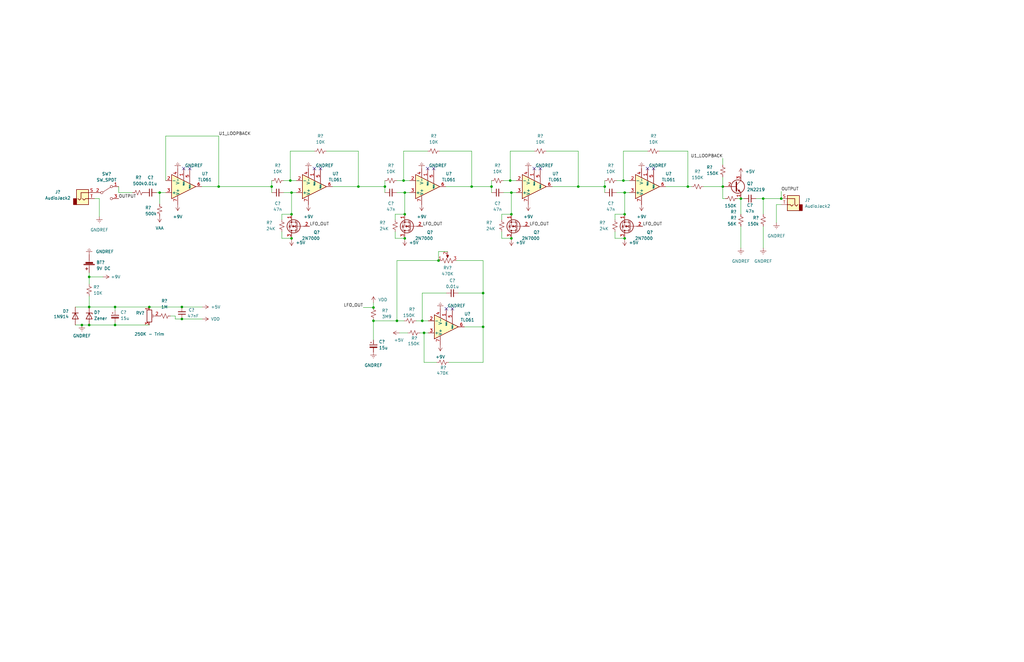
<source format=kicad_sch>
(kicad_sch (version 20211123) (generator eeschema)

  (uuid e63e39d7-6ac0-4ffd-8aa3-1841a4541b55)

  (paper "B")

  (lib_symbols
    (symbol "Amplifier_Operational:TL061" (pin_names (offset 0.127)) (in_bom yes) (on_board yes)
      (property "Reference" "U" (id 0) (at 0 6.35 0)
        (effects (font (size 1.27 1.27)) (justify left))
      )
      (property "Value" "TL061" (id 1) (at 0 3.81 0)
        (effects (font (size 1.27 1.27)) (justify left))
      )
      (property "Footprint" "" (id 2) (at 1.27 1.27 0)
        (effects (font (size 1.27 1.27)) hide)
      )
      (property "Datasheet" "http://www.ti.com/lit/ds/symlink/tl061.pdf" (id 3) (at 3.81 3.81 0)
        (effects (font (size 1.27 1.27)) hide)
      )
      (property "ki_keywords" "single opamp" (id 4) (at 0 0 0)
        (effects (font (size 1.27 1.27)) hide)
      )
      (property "ki_description" "Single Low-Power JFET-Input Operational Amplifiers, DIP-8/SOIC-8" (id 5) (at 0 0 0)
        (effects (font (size 1.27 1.27)) hide)
      )
      (property "ki_fp_filters" "SOIC*3.9x4.9mm*P1.27mm* DIP*W7.62mm* TSSOP*3x3mm*P0.65mm*" (id 6) (at 0 0 0)
        (effects (font (size 1.27 1.27)) hide)
      )
      (symbol "TL061_0_1"
        (polyline
          (pts
            (xy -5.08 5.08)
            (xy 5.08 0)
            (xy -5.08 -5.08)
            (xy -5.08 5.08)
          )
          (stroke (width 0.254) (type default) (color 0 0 0 0))
          (fill (type background))
        )
      )
      (symbol "TL061_1_1"
        (pin input line (at 0 -7.62 90) (length 5.08)
          (name "NULL" (effects (font (size 0.508 0.508))))
          (number "1" (effects (font (size 1.27 1.27))))
        )
        (pin input line (at -7.62 -2.54 0) (length 2.54)
          (name "-" (effects (font (size 1.27 1.27))))
          (number "2" (effects (font (size 1.27 1.27))))
        )
        (pin input line (at -7.62 2.54 0) (length 2.54)
          (name "+" (effects (font (size 1.27 1.27))))
          (number "3" (effects (font (size 1.27 1.27))))
        )
        (pin power_in line (at -2.54 -7.62 90) (length 3.81)
          (name "V-" (effects (font (size 1.27 1.27))))
          (number "4" (effects (font (size 1.27 1.27))))
        )
        (pin input line (at 2.54 -7.62 90) (length 6.35)
          (name "NULL" (effects (font (size 0.508 0.508))))
          (number "5" (effects (font (size 1.27 1.27))))
        )
        (pin output line (at 7.62 0 180) (length 2.54)
          (name "~" (effects (font (size 1.27 1.27))))
          (number "6" (effects (font (size 1.27 1.27))))
        )
        (pin power_in line (at -2.54 7.62 270) (length 3.81)
          (name "V+" (effects (font (size 1.27 1.27))))
          (number "7" (effects (font (size 1.27 1.27))))
        )
        (pin no_connect line (at 0 2.54 270) (length 2.54) hide
          (name "NC" (effects (font (size 1.27 1.27))))
          (number "8" (effects (font (size 1.27 1.27))))
        )
      )
    )
    (symbol "Connector:AudioJack2" (in_bom yes) (on_board yes)
      (property "Reference" "J" (id 0) (at 0 8.89 0)
        (effects (font (size 1.27 1.27)))
      )
      (property "Value" "AudioJack2" (id 1) (at 0 6.35 0)
        (effects (font (size 1.27 1.27)))
      )
      (property "Footprint" "" (id 2) (at 0 0 0)
        (effects (font (size 1.27 1.27)) hide)
      )
      (property "Datasheet" "~" (id 3) (at 0 0 0)
        (effects (font (size 1.27 1.27)) hide)
      )
      (property "ki_keywords" "audio jack receptacle mono phone headphone TS connector" (id 4) (at 0 0 0)
        (effects (font (size 1.27 1.27)) hide)
      )
      (property "ki_description" "Audio Jack, 2 Poles (Mono / TS)" (id 5) (at 0 0 0)
        (effects (font (size 1.27 1.27)) hide)
      )
      (property "ki_fp_filters" "Jack*" (id 6) (at 0 0 0)
        (effects (font (size 1.27 1.27)) hide)
      )
      (symbol "AudioJack2_0_1"
        (rectangle (start -3.81 0) (end -2.54 -2.54)
          (stroke (width 0.254) (type default) (color 0 0 0 0))
          (fill (type outline))
        )
        (rectangle (start -2.54 3.81) (end 2.54 -2.54)
          (stroke (width 0.254) (type default) (color 0 0 0 0))
          (fill (type background))
        )
        (polyline
          (pts
            (xy 0 0)
            (xy 0.635 -0.635)
            (xy 1.27 0)
            (xy 2.54 0)
          )
          (stroke (width 0.254) (type default) (color 0 0 0 0))
          (fill (type none))
        )
        (polyline
          (pts
            (xy 2.54 2.54)
            (xy -0.635 2.54)
            (xy -0.635 0)
            (xy -1.27 -0.635)
            (xy -1.905 0)
          )
          (stroke (width 0.254) (type default) (color 0 0 0 0))
          (fill (type none))
        )
      )
      (symbol "AudioJack2_1_1"
        (pin passive line (at 5.08 2.54 180) (length 2.54)
          (name "~" (effects (font (size 1.27 1.27))))
          (number "S" (effects (font (size 1.27 1.27))))
        )
        (pin passive line (at 5.08 0 180) (length 2.54)
          (name "~" (effects (font (size 1.27 1.27))))
          (number "T" (effects (font (size 1.27 1.27))))
        )
      )
    )
    (symbol "Device:Battery_Cell" (pin_numbers hide) (pin_names (offset 0) hide) (in_bom yes) (on_board yes)
      (property "Reference" "BT" (id 0) (at 2.54 2.54 0)
        (effects (font (size 1.27 1.27)) (justify left))
      )
      (property "Value" "Battery_Cell" (id 1) (at 2.54 0 0)
        (effects (font (size 1.27 1.27)) (justify left))
      )
      (property "Footprint" "" (id 2) (at 0 1.524 90)
        (effects (font (size 1.27 1.27)) hide)
      )
      (property "Datasheet" "~" (id 3) (at 0 1.524 90)
        (effects (font (size 1.27 1.27)) hide)
      )
      (property "ki_keywords" "battery cell" (id 4) (at 0 0 0)
        (effects (font (size 1.27 1.27)) hide)
      )
      (property "ki_description" "Single-cell battery" (id 5) (at 0 0 0)
        (effects (font (size 1.27 1.27)) hide)
      )
      (symbol "Battery_Cell_0_1"
        (rectangle (start -2.286 1.778) (end 2.286 1.524)
          (stroke (width 0) (type default) (color 0 0 0 0))
          (fill (type outline))
        )
        (rectangle (start -1.5748 1.1938) (end 1.4732 0.6858)
          (stroke (width 0) (type default) (color 0 0 0 0))
          (fill (type outline))
        )
        (polyline
          (pts
            (xy 0 0.762)
            (xy 0 0)
          )
          (stroke (width 0) (type default) (color 0 0 0 0))
          (fill (type none))
        )
        (polyline
          (pts
            (xy 0 1.778)
            (xy 0 2.54)
          )
          (stroke (width 0) (type default) (color 0 0 0 0))
          (fill (type none))
        )
        (polyline
          (pts
            (xy 0.508 3.429)
            (xy 1.524 3.429)
          )
          (stroke (width 0.254) (type default) (color 0 0 0 0))
          (fill (type none))
        )
        (polyline
          (pts
            (xy 1.016 3.937)
            (xy 1.016 2.921)
          )
          (stroke (width 0.254) (type default) (color 0 0 0 0))
          (fill (type none))
        )
      )
      (symbol "Battery_Cell_1_1"
        (pin passive line (at 0 5.08 270) (length 2.54)
          (name "+" (effects (font (size 1.27 1.27))))
          (number "1" (effects (font (size 1.27 1.27))))
        )
        (pin passive line (at 0 -2.54 90) (length 2.54)
          (name "-" (effects (font (size 1.27 1.27))))
          (number "2" (effects (font (size 1.27 1.27))))
        )
      )
    )
    (symbol "Device:C_Polarized_Small" (pin_numbers hide) (pin_names (offset 0.254) hide) (in_bom yes) (on_board yes)
      (property "Reference" "C" (id 0) (at 0.254 1.778 0)
        (effects (font (size 1.27 1.27)) (justify left))
      )
      (property "Value" "C_Polarized_Small" (id 1) (at 0.254 -2.032 0)
        (effects (font (size 1.27 1.27)) (justify left))
      )
      (property "Footprint" "" (id 2) (at 0 0 0)
        (effects (font (size 1.27 1.27)) hide)
      )
      (property "Datasheet" "~" (id 3) (at 0 0 0)
        (effects (font (size 1.27 1.27)) hide)
      )
      (property "ki_keywords" "cap capacitor" (id 4) (at 0 0 0)
        (effects (font (size 1.27 1.27)) hide)
      )
      (property "ki_description" "Polarized capacitor, small symbol" (id 5) (at 0 0 0)
        (effects (font (size 1.27 1.27)) hide)
      )
      (property "ki_fp_filters" "CP_*" (id 6) (at 0 0 0)
        (effects (font (size 1.27 1.27)) hide)
      )
      (symbol "C_Polarized_Small_0_1"
        (rectangle (start -1.524 -0.3048) (end 1.524 -0.6858)
          (stroke (width 0) (type default) (color 0 0 0 0))
          (fill (type outline))
        )
        (rectangle (start -1.524 0.6858) (end 1.524 0.3048)
          (stroke (width 0) (type default) (color 0 0 0 0))
          (fill (type none))
        )
        (polyline
          (pts
            (xy -1.27 1.524)
            (xy -0.762 1.524)
          )
          (stroke (width 0) (type default) (color 0 0 0 0))
          (fill (type none))
        )
        (polyline
          (pts
            (xy -1.016 1.27)
            (xy -1.016 1.778)
          )
          (stroke (width 0) (type default) (color 0 0 0 0))
          (fill (type none))
        )
      )
      (symbol "C_Polarized_Small_1_1"
        (pin passive line (at 0 2.54 270) (length 1.8542)
          (name "~" (effects (font (size 1.27 1.27))))
          (number "1" (effects (font (size 1.27 1.27))))
        )
        (pin passive line (at 0 -2.54 90) (length 1.8542)
          (name "~" (effects (font (size 1.27 1.27))))
          (number "2" (effects (font (size 1.27 1.27))))
        )
      )
    )
    (symbol "Device:C_Small" (pin_numbers hide) (pin_names (offset 0.254) hide) (in_bom yes) (on_board yes)
      (property "Reference" "C" (id 0) (at 0.254 1.778 0)
        (effects (font (size 1.27 1.27)) (justify left))
      )
      (property "Value" "C_Small" (id 1) (at 0.254 -2.032 0)
        (effects (font (size 1.27 1.27)) (justify left))
      )
      (property "Footprint" "" (id 2) (at 0 0 0)
        (effects (font (size 1.27 1.27)) hide)
      )
      (property "Datasheet" "~" (id 3) (at 0 0 0)
        (effects (font (size 1.27 1.27)) hide)
      )
      (property "ki_keywords" "capacitor cap" (id 4) (at 0 0 0)
        (effects (font (size 1.27 1.27)) hide)
      )
      (property "ki_description" "Unpolarized capacitor, small symbol" (id 5) (at 0 0 0)
        (effects (font (size 1.27 1.27)) hide)
      )
      (property "ki_fp_filters" "C_*" (id 6) (at 0 0 0)
        (effects (font (size 1.27 1.27)) hide)
      )
      (symbol "C_Small_0_1"
        (polyline
          (pts
            (xy -1.524 -0.508)
            (xy 1.524 -0.508)
          )
          (stroke (width 0.3302) (type default) (color 0 0 0 0))
          (fill (type none))
        )
        (polyline
          (pts
            (xy -1.524 0.508)
            (xy 1.524 0.508)
          )
          (stroke (width 0.3048) (type default) (color 0 0 0 0))
          (fill (type none))
        )
      )
      (symbol "C_Small_1_1"
        (pin passive line (at 0 2.54 270) (length 2.032)
          (name "~" (effects (font (size 1.27 1.27))))
          (number "1" (effects (font (size 1.27 1.27))))
        )
        (pin passive line (at 0 -2.54 90) (length 2.032)
          (name "~" (effects (font (size 1.27 1.27))))
          (number "2" (effects (font (size 1.27 1.27))))
        )
      )
    )
    (symbol "Device:D_Zener" (pin_numbers hide) (pin_names (offset 1.016) hide) (in_bom yes) (on_board yes)
      (property "Reference" "D" (id 0) (at 0 2.54 0)
        (effects (font (size 1.27 1.27)))
      )
      (property "Value" "D_Zener" (id 1) (at 0 -2.54 0)
        (effects (font (size 1.27 1.27)))
      )
      (property "Footprint" "" (id 2) (at 0 0 0)
        (effects (font (size 1.27 1.27)) hide)
      )
      (property "Datasheet" "~" (id 3) (at 0 0 0)
        (effects (font (size 1.27 1.27)) hide)
      )
      (property "ki_keywords" "diode" (id 4) (at 0 0 0)
        (effects (font (size 1.27 1.27)) hide)
      )
      (property "ki_description" "Zener diode" (id 5) (at 0 0 0)
        (effects (font (size 1.27 1.27)) hide)
      )
      (property "ki_fp_filters" "TO-???* *_Diode_* *SingleDiode* D_*" (id 6) (at 0 0 0)
        (effects (font (size 1.27 1.27)) hide)
      )
      (symbol "D_Zener_0_1"
        (polyline
          (pts
            (xy 1.27 0)
            (xy -1.27 0)
          )
          (stroke (width 0) (type default) (color 0 0 0 0))
          (fill (type none))
        )
        (polyline
          (pts
            (xy -1.27 -1.27)
            (xy -1.27 1.27)
            (xy -0.762 1.27)
          )
          (stroke (width 0.254) (type default) (color 0 0 0 0))
          (fill (type none))
        )
        (polyline
          (pts
            (xy 1.27 -1.27)
            (xy 1.27 1.27)
            (xy -1.27 0)
            (xy 1.27 -1.27)
          )
          (stroke (width 0.254) (type default) (color 0 0 0 0))
          (fill (type none))
        )
      )
      (symbol "D_Zener_1_1"
        (pin passive line (at -3.81 0 0) (length 2.54)
          (name "K" (effects (font (size 1.27 1.27))))
          (number "1" (effects (font (size 1.27 1.27))))
        )
        (pin passive line (at 3.81 0 180) (length 2.54)
          (name "A" (effects (font (size 1.27 1.27))))
          (number "2" (effects (font (size 1.27 1.27))))
        )
      )
    )
    (symbol "Device:R_Potentiometer_Trim" (pin_names (offset 1.016) hide) (in_bom yes) (on_board yes)
      (property "Reference" "RV" (id 0) (at -4.445 0 90)
        (effects (font (size 1.27 1.27)))
      )
      (property "Value" "R_Potentiometer_Trim" (id 1) (at -2.54 0 90)
        (effects (font (size 1.27 1.27)))
      )
      (property "Footprint" "" (id 2) (at 0 0 0)
        (effects (font (size 1.27 1.27)) hide)
      )
      (property "Datasheet" "~" (id 3) (at 0 0 0)
        (effects (font (size 1.27 1.27)) hide)
      )
      (property "ki_keywords" "resistor variable trimpot trimmer" (id 4) (at 0 0 0)
        (effects (font (size 1.27 1.27)) hide)
      )
      (property "ki_description" "Trim-potentiometer" (id 5) (at 0 0 0)
        (effects (font (size 1.27 1.27)) hide)
      )
      (property "ki_fp_filters" "Potentiometer*" (id 6) (at 0 0 0)
        (effects (font (size 1.27 1.27)) hide)
      )
      (symbol "R_Potentiometer_Trim_0_1"
        (polyline
          (pts
            (xy 1.524 0.762)
            (xy 1.524 -0.762)
          )
          (stroke (width 0) (type default) (color 0 0 0 0))
          (fill (type none))
        )
        (polyline
          (pts
            (xy 2.54 0)
            (xy 1.524 0)
          )
          (stroke (width 0) (type default) (color 0 0 0 0))
          (fill (type none))
        )
        (rectangle (start 1.016 2.54) (end -1.016 -2.54)
          (stroke (width 0.254) (type default) (color 0 0 0 0))
          (fill (type none))
        )
      )
      (symbol "R_Potentiometer_Trim_1_1"
        (pin passive line (at 0 3.81 270) (length 1.27)
          (name "1" (effects (font (size 1.27 1.27))))
          (number "1" (effects (font (size 1.27 1.27))))
        )
        (pin passive line (at 3.81 0 180) (length 1.27)
          (name "2" (effects (font (size 1.27 1.27))))
          (number "2" (effects (font (size 1.27 1.27))))
        )
        (pin passive line (at 0 -3.81 90) (length 1.27)
          (name "3" (effects (font (size 1.27 1.27))))
          (number "3" (effects (font (size 1.27 1.27))))
        )
      )
    )
    (symbol "Device:R_Potentiometer_US" (pin_names (offset 1.016) hide) (in_bom yes) (on_board yes)
      (property "Reference" "RV" (id 0) (at -4.445 0 90)
        (effects (font (size 1.27 1.27)))
      )
      (property "Value" "R_Potentiometer_US" (id 1) (at -2.54 0 90)
        (effects (font (size 1.27 1.27)))
      )
      (property "Footprint" "" (id 2) (at 0 0 0)
        (effects (font (size 1.27 1.27)) hide)
      )
      (property "Datasheet" "~" (id 3) (at 0 0 0)
        (effects (font (size 1.27 1.27)) hide)
      )
      (property "ki_keywords" "resistor variable" (id 4) (at 0 0 0)
        (effects (font (size 1.27 1.27)) hide)
      )
      (property "ki_description" "Potentiometer, US symbol" (id 5) (at 0 0 0)
        (effects (font (size 1.27 1.27)) hide)
      )
      (property "ki_fp_filters" "Potentiometer*" (id 6) (at 0 0 0)
        (effects (font (size 1.27 1.27)) hide)
      )
      (symbol "R_Potentiometer_US_0_1"
        (polyline
          (pts
            (xy 0 -2.286)
            (xy 0 -2.54)
          )
          (stroke (width 0) (type default) (color 0 0 0 0))
          (fill (type none))
        )
        (polyline
          (pts
            (xy 0 2.54)
            (xy 0 2.286)
          )
          (stroke (width 0) (type default) (color 0 0 0 0))
          (fill (type none))
        )
        (polyline
          (pts
            (xy 2.54 0)
            (xy 1.524 0)
          )
          (stroke (width 0) (type default) (color 0 0 0 0))
          (fill (type none))
        )
        (polyline
          (pts
            (xy 1.143 0)
            (xy 2.286 0.508)
            (xy 2.286 -0.508)
            (xy 1.143 0)
          )
          (stroke (width 0) (type default) (color 0 0 0 0))
          (fill (type outline))
        )
        (polyline
          (pts
            (xy 0 -0.762)
            (xy 1.016 -1.143)
            (xy 0 -1.524)
            (xy -1.016 -1.905)
            (xy 0 -2.286)
          )
          (stroke (width 0) (type default) (color 0 0 0 0))
          (fill (type none))
        )
        (polyline
          (pts
            (xy 0 0.762)
            (xy 1.016 0.381)
            (xy 0 0)
            (xy -1.016 -0.381)
            (xy 0 -0.762)
          )
          (stroke (width 0) (type default) (color 0 0 0 0))
          (fill (type none))
        )
        (polyline
          (pts
            (xy 0 2.286)
            (xy 1.016 1.905)
            (xy 0 1.524)
            (xy -1.016 1.143)
            (xy 0 0.762)
          )
          (stroke (width 0) (type default) (color 0 0 0 0))
          (fill (type none))
        )
      )
      (symbol "R_Potentiometer_US_1_1"
        (pin passive line (at 0 3.81 270) (length 1.27)
          (name "1" (effects (font (size 1.27 1.27))))
          (number "1" (effects (font (size 1.27 1.27))))
        )
        (pin passive line (at 3.81 0 180) (length 1.27)
          (name "2" (effects (font (size 1.27 1.27))))
          (number "2" (effects (font (size 1.27 1.27))))
        )
        (pin passive line (at 0 -3.81 90) (length 1.27)
          (name "3" (effects (font (size 1.27 1.27))))
          (number "3" (effects (font (size 1.27 1.27))))
        )
      )
    )
    (symbol "Device:R_Small_US" (pin_numbers hide) (pin_names (offset 0.254) hide) (in_bom yes) (on_board yes)
      (property "Reference" "R" (id 0) (at 0.762 0.508 0)
        (effects (font (size 1.27 1.27)) (justify left))
      )
      (property "Value" "R_Small_US" (id 1) (at 0.762 -1.016 0)
        (effects (font (size 1.27 1.27)) (justify left))
      )
      (property "Footprint" "" (id 2) (at 0 0 0)
        (effects (font (size 1.27 1.27)) hide)
      )
      (property "Datasheet" "~" (id 3) (at 0 0 0)
        (effects (font (size 1.27 1.27)) hide)
      )
      (property "ki_keywords" "r resistor" (id 4) (at 0 0 0)
        (effects (font (size 1.27 1.27)) hide)
      )
      (property "ki_description" "Resistor, small US symbol" (id 5) (at 0 0 0)
        (effects (font (size 1.27 1.27)) hide)
      )
      (property "ki_fp_filters" "R_*" (id 6) (at 0 0 0)
        (effects (font (size 1.27 1.27)) hide)
      )
      (symbol "R_Small_US_1_1"
        (polyline
          (pts
            (xy 0 0)
            (xy 1.016 -0.381)
            (xy 0 -0.762)
            (xy -1.016 -1.143)
            (xy 0 -1.524)
          )
          (stroke (width 0) (type default) (color 0 0 0 0))
          (fill (type none))
        )
        (polyline
          (pts
            (xy 0 1.524)
            (xy 1.016 1.143)
            (xy 0 0.762)
            (xy -1.016 0.381)
            (xy 0 0)
          )
          (stroke (width 0) (type default) (color 0 0 0 0))
          (fill (type none))
        )
        (pin passive line (at 0 2.54 270) (length 1.016)
          (name "~" (effects (font (size 1.27 1.27))))
          (number "1" (effects (font (size 1.27 1.27))))
        )
        (pin passive line (at 0 -2.54 90) (length 1.016)
          (name "~" (effects (font (size 1.27 1.27))))
          (number "2" (effects (font (size 1.27 1.27))))
        )
      )
    )
    (symbol "Diode:1N914" (pin_numbers hide) (pin_names (offset 1.016) hide) (in_bom yes) (on_board yes)
      (property "Reference" "D" (id 0) (at 0 2.54 0)
        (effects (font (size 1.27 1.27)))
      )
      (property "Value" "1N914" (id 1) (at 0 -2.54 0)
        (effects (font (size 1.27 1.27)))
      )
      (property "Footprint" "Diode_THT:D_DO-35_SOD27_P7.62mm_Horizontal" (id 2) (at 0 -4.445 0)
        (effects (font (size 1.27 1.27)) hide)
      )
      (property "Datasheet" "http://www.vishay.com/docs/85622/1n914.pdf" (id 3) (at 0 0 0)
        (effects (font (size 1.27 1.27)) hide)
      )
      (property "ki_keywords" "diode" (id 4) (at 0 0 0)
        (effects (font (size 1.27 1.27)) hide)
      )
      (property "ki_description" "100V 0.3A Small Signal Fast Switching Diode, DO-35" (id 5) (at 0 0 0)
        (effects (font (size 1.27 1.27)) hide)
      )
      (property "ki_fp_filters" "D*DO?35*" (id 6) (at 0 0 0)
        (effects (font (size 1.27 1.27)) hide)
      )
      (symbol "1N914_0_1"
        (polyline
          (pts
            (xy -1.27 1.27)
            (xy -1.27 -1.27)
          )
          (stroke (width 0.254) (type default) (color 0 0 0 0))
          (fill (type none))
        )
        (polyline
          (pts
            (xy 1.27 0)
            (xy -1.27 0)
          )
          (stroke (width 0) (type default) (color 0 0 0 0))
          (fill (type none))
        )
        (polyline
          (pts
            (xy 1.27 1.27)
            (xy 1.27 -1.27)
            (xy -1.27 0)
            (xy 1.27 1.27)
          )
          (stroke (width 0.254) (type default) (color 0 0 0 0))
          (fill (type none))
        )
      )
      (symbol "1N914_1_1"
        (pin passive line (at -3.81 0 0) (length 2.54)
          (name "K" (effects (font (size 1.27 1.27))))
          (number "1" (effects (font (size 1.27 1.27))))
        )
        (pin passive line (at 3.81 0 180) (length 2.54)
          (name "A" (effects (font (size 1.27 1.27))))
          (number "2" (effects (font (size 1.27 1.27))))
        )
      )
    )
    (symbol "Switch:SW_SPDT" (pin_names (offset 0) hide) (in_bom yes) (on_board yes)
      (property "Reference" "SW" (id 0) (at 0 4.318 0)
        (effects (font (size 1.27 1.27)))
      )
      (property "Value" "SW_SPDT" (id 1) (at 0 -5.08 0)
        (effects (font (size 1.27 1.27)))
      )
      (property "Footprint" "" (id 2) (at 0 0 0)
        (effects (font (size 1.27 1.27)) hide)
      )
      (property "Datasheet" "~" (id 3) (at 0 0 0)
        (effects (font (size 1.27 1.27)) hide)
      )
      (property "ki_keywords" "switch single-pole double-throw spdt ON-ON" (id 4) (at 0 0 0)
        (effects (font (size 1.27 1.27)) hide)
      )
      (property "ki_description" "Switch, single pole double throw" (id 5) (at 0 0 0)
        (effects (font (size 1.27 1.27)) hide)
      )
      (symbol "SW_SPDT_0_0"
        (circle (center -2.032 0) (radius 0.508)
          (stroke (width 0) (type default) (color 0 0 0 0))
          (fill (type none))
        )
        (circle (center 2.032 -2.54) (radius 0.508)
          (stroke (width 0) (type default) (color 0 0 0 0))
          (fill (type none))
        )
      )
      (symbol "SW_SPDT_0_1"
        (polyline
          (pts
            (xy -1.524 0.254)
            (xy 1.651 2.286)
          )
          (stroke (width 0) (type default) (color 0 0 0 0))
          (fill (type none))
        )
        (circle (center 2.032 2.54) (radius 0.508)
          (stroke (width 0) (type default) (color 0 0 0 0))
          (fill (type none))
        )
      )
      (symbol "SW_SPDT_1_1"
        (pin passive line (at 5.08 2.54 180) (length 2.54)
          (name "A" (effects (font (size 1.27 1.27))))
          (number "1" (effects (font (size 1.27 1.27))))
        )
        (pin passive line (at -5.08 0 0) (length 2.54)
          (name "B" (effects (font (size 1.27 1.27))))
          (number "2" (effects (font (size 1.27 1.27))))
        )
        (pin passive line (at 5.08 -2.54 180) (length 2.54)
          (name "C" (effects (font (size 1.27 1.27))))
          (number "3" (effects (font (size 1.27 1.27))))
        )
      )
    )
    (symbol "Transistor_BJT:2N2219" (pin_names (offset 0) hide) (in_bom yes) (on_board yes)
      (property "Reference" "Q" (id 0) (at 5.08 1.905 0)
        (effects (font (size 1.27 1.27)) (justify left))
      )
      (property "Value" "2N2219" (id 1) (at 5.08 0 0)
        (effects (font (size 1.27 1.27)) (justify left))
      )
      (property "Footprint" "Package_TO_SOT_THT:TO-39-3" (id 2) (at 5.08 -1.905 0)
        (effects (font (size 1.27 1.27) italic) (justify left) hide)
      )
      (property "Datasheet" "http://www.onsemi.com/pub_link/Collateral/2N2219-D.PDF" (id 3) (at 0 0 0)
        (effects (font (size 1.27 1.27)) (justify left) hide)
      )
      (property "ki_keywords" "NPN Transistor" (id 4) (at 0 0 0)
        (effects (font (size 1.27 1.27)) hide)
      )
      (property "ki_description" "800mA Ic, 50V Vce, NPN Transistor, TO-39" (id 5) (at 0 0 0)
        (effects (font (size 1.27 1.27)) hide)
      )
      (property "ki_fp_filters" "TO?39*" (id 6) (at 0 0 0)
        (effects (font (size 1.27 1.27)) hide)
      )
      (symbol "2N2219_0_1"
        (polyline
          (pts
            (xy 0.635 0.635)
            (xy 2.54 2.54)
          )
          (stroke (width 0) (type default) (color 0 0 0 0))
          (fill (type none))
        )
        (polyline
          (pts
            (xy 0.635 -0.635)
            (xy 2.54 -2.54)
            (xy 2.54 -2.54)
          )
          (stroke (width 0) (type default) (color 0 0 0 0))
          (fill (type none))
        )
        (polyline
          (pts
            (xy 0.635 1.905)
            (xy 0.635 -1.905)
            (xy 0.635 -1.905)
          )
          (stroke (width 0.508) (type default) (color 0 0 0 0))
          (fill (type none))
        )
        (polyline
          (pts
            (xy 1.27 -1.778)
            (xy 1.778 -1.27)
            (xy 2.286 -2.286)
            (xy 1.27 -1.778)
            (xy 1.27 -1.778)
          )
          (stroke (width 0) (type default) (color 0 0 0 0))
          (fill (type outline))
        )
        (circle (center 1.27 0) (radius 2.8194)
          (stroke (width 0.254) (type default) (color 0 0 0 0))
          (fill (type none))
        )
      )
      (symbol "2N2219_1_1"
        (pin passive line (at 2.54 -5.08 90) (length 2.54)
          (name "E" (effects (font (size 1.27 1.27))))
          (number "1" (effects (font (size 1.27 1.27))))
        )
        (pin passive line (at -5.08 0 0) (length 5.715)
          (name "B" (effects (font (size 1.27 1.27))))
          (number "2" (effects (font (size 1.27 1.27))))
        )
        (pin passive line (at 2.54 5.08 270) (length 2.54)
          (name "C" (effects (font (size 1.27 1.27))))
          (number "3" (effects (font (size 1.27 1.27))))
        )
      )
    )
    (symbol "Transistor_FET:2N7000" (pin_names hide) (in_bom yes) (on_board yes)
      (property "Reference" "Q" (id 0) (at 5.08 1.905 0)
        (effects (font (size 1.27 1.27)) (justify left))
      )
      (property "Value" "2N7000" (id 1) (at 5.08 0 0)
        (effects (font (size 1.27 1.27)) (justify left))
      )
      (property "Footprint" "Package_TO_SOT_THT:TO-92_Inline" (id 2) (at 5.08 -1.905 0)
        (effects (font (size 1.27 1.27) italic) (justify left) hide)
      )
      (property "Datasheet" "https://www.onsemi.com/pub/Collateral/NDS7002A-D.PDF" (id 3) (at 0 0 0)
        (effects (font (size 1.27 1.27)) (justify left) hide)
      )
      (property "ki_keywords" "N-Channel MOSFET Logic-Level" (id 4) (at 0 0 0)
        (effects (font (size 1.27 1.27)) hide)
      )
      (property "ki_description" "0.2A Id, 200V Vds, N-Channel MOSFET, 2.6V Logic Level, TO-92" (id 5) (at 0 0 0)
        (effects (font (size 1.27 1.27)) hide)
      )
      (property "ki_fp_filters" "TO?92*" (id 6) (at 0 0 0)
        (effects (font (size 1.27 1.27)) hide)
      )
      (symbol "2N7000_0_1"
        (polyline
          (pts
            (xy 0.254 0)
            (xy -2.54 0)
          )
          (stroke (width 0) (type default) (color 0 0 0 0))
          (fill (type none))
        )
        (polyline
          (pts
            (xy 0.254 1.905)
            (xy 0.254 -1.905)
          )
          (stroke (width 0.254) (type default) (color 0 0 0 0))
          (fill (type none))
        )
        (polyline
          (pts
            (xy 0.762 -1.27)
            (xy 0.762 -2.286)
          )
          (stroke (width 0.254) (type default) (color 0 0 0 0))
          (fill (type none))
        )
        (polyline
          (pts
            (xy 0.762 0.508)
            (xy 0.762 -0.508)
          )
          (stroke (width 0.254) (type default) (color 0 0 0 0))
          (fill (type none))
        )
        (polyline
          (pts
            (xy 0.762 2.286)
            (xy 0.762 1.27)
          )
          (stroke (width 0.254) (type default) (color 0 0 0 0))
          (fill (type none))
        )
        (polyline
          (pts
            (xy 2.54 2.54)
            (xy 2.54 1.778)
          )
          (stroke (width 0) (type default) (color 0 0 0 0))
          (fill (type none))
        )
        (polyline
          (pts
            (xy 2.54 -2.54)
            (xy 2.54 0)
            (xy 0.762 0)
          )
          (stroke (width 0) (type default) (color 0 0 0 0))
          (fill (type none))
        )
        (polyline
          (pts
            (xy 0.762 -1.778)
            (xy 3.302 -1.778)
            (xy 3.302 1.778)
            (xy 0.762 1.778)
          )
          (stroke (width 0) (type default) (color 0 0 0 0))
          (fill (type none))
        )
        (polyline
          (pts
            (xy 1.016 0)
            (xy 2.032 0.381)
            (xy 2.032 -0.381)
            (xy 1.016 0)
          )
          (stroke (width 0) (type default) (color 0 0 0 0))
          (fill (type outline))
        )
        (polyline
          (pts
            (xy 2.794 0.508)
            (xy 2.921 0.381)
            (xy 3.683 0.381)
            (xy 3.81 0.254)
          )
          (stroke (width 0) (type default) (color 0 0 0 0))
          (fill (type none))
        )
        (polyline
          (pts
            (xy 3.302 0.381)
            (xy 2.921 -0.254)
            (xy 3.683 -0.254)
            (xy 3.302 0.381)
          )
          (stroke (width 0) (type default) (color 0 0 0 0))
          (fill (type none))
        )
        (circle (center 1.651 0) (radius 2.794)
          (stroke (width 0.254) (type default) (color 0 0 0 0))
          (fill (type none))
        )
        (circle (center 2.54 -1.778) (radius 0.254)
          (stroke (width 0) (type default) (color 0 0 0 0))
          (fill (type outline))
        )
        (circle (center 2.54 1.778) (radius 0.254)
          (stroke (width 0) (type default) (color 0 0 0 0))
          (fill (type outline))
        )
      )
      (symbol "2N7000_1_1"
        (pin passive line (at 2.54 -5.08 90) (length 2.54)
          (name "S" (effects (font (size 1.27 1.27))))
          (number "1" (effects (font (size 1.27 1.27))))
        )
        (pin input line (at -5.08 0 0) (length 2.54)
          (name "G" (effects (font (size 1.27 1.27))))
          (number "2" (effects (font (size 1.27 1.27))))
        )
        (pin passive line (at 2.54 5.08 270) (length 2.54)
          (name "D" (effects (font (size 1.27 1.27))))
          (number "3" (effects (font (size 1.27 1.27))))
        )
      )
    )
    (symbol "power:+5V" (power) (pin_names (offset 0)) (in_bom yes) (on_board yes)
      (property "Reference" "#PWR" (id 0) (at 0 -3.81 0)
        (effects (font (size 1.27 1.27)) hide)
      )
      (property "Value" "+5V" (id 1) (at 0 3.556 0)
        (effects (font (size 1.27 1.27)))
      )
      (property "Footprint" "" (id 2) (at 0 0 0)
        (effects (font (size 1.27 1.27)) hide)
      )
      (property "Datasheet" "" (id 3) (at 0 0 0)
        (effects (font (size 1.27 1.27)) hide)
      )
      (property "ki_keywords" "power-flag" (id 4) (at 0 0 0)
        (effects (font (size 1.27 1.27)) hide)
      )
      (property "ki_description" "Power symbol creates a global label with name \"+5V\"" (id 5) (at 0 0 0)
        (effects (font (size 1.27 1.27)) hide)
      )
      (symbol "+5V_0_1"
        (polyline
          (pts
            (xy -0.762 1.27)
            (xy 0 2.54)
          )
          (stroke (width 0) (type default) (color 0 0 0 0))
          (fill (type none))
        )
        (polyline
          (pts
            (xy 0 0)
            (xy 0 2.54)
          )
          (stroke (width 0) (type default) (color 0 0 0 0))
          (fill (type none))
        )
        (polyline
          (pts
            (xy 0 2.54)
            (xy 0.762 1.27)
          )
          (stroke (width 0) (type default) (color 0 0 0 0))
          (fill (type none))
        )
      )
      (symbol "+5V_1_1"
        (pin power_in line (at 0 0 90) (length 0) hide
          (name "+5V" (effects (font (size 1.27 1.27))))
          (number "1" (effects (font (size 1.27 1.27))))
        )
      )
    )
    (symbol "power:+9V" (power) (pin_names (offset 0)) (in_bom yes) (on_board yes)
      (property "Reference" "#PWR" (id 0) (at 0 -3.81 0)
        (effects (font (size 1.27 1.27)) hide)
      )
      (property "Value" "+9V" (id 1) (at 0 3.556 0)
        (effects (font (size 1.27 1.27)))
      )
      (property "Footprint" "" (id 2) (at 0 0 0)
        (effects (font (size 1.27 1.27)) hide)
      )
      (property "Datasheet" "" (id 3) (at 0 0 0)
        (effects (font (size 1.27 1.27)) hide)
      )
      (property "ki_keywords" "power-flag" (id 4) (at 0 0 0)
        (effects (font (size 1.27 1.27)) hide)
      )
      (property "ki_description" "Power symbol creates a global label with name \"+9V\"" (id 5) (at 0 0 0)
        (effects (font (size 1.27 1.27)) hide)
      )
      (symbol "+9V_0_1"
        (polyline
          (pts
            (xy -0.762 1.27)
            (xy 0 2.54)
          )
          (stroke (width 0) (type default) (color 0 0 0 0))
          (fill (type none))
        )
        (polyline
          (pts
            (xy 0 0)
            (xy 0 2.54)
          )
          (stroke (width 0) (type default) (color 0 0 0 0))
          (fill (type none))
        )
        (polyline
          (pts
            (xy 0 2.54)
            (xy 0.762 1.27)
          )
          (stroke (width 0) (type default) (color 0 0 0 0))
          (fill (type none))
        )
      )
      (symbol "+9V_1_1"
        (pin power_in line (at 0 0 90) (length 0) hide
          (name "+9V" (effects (font (size 1.27 1.27))))
          (number "1" (effects (font (size 1.27 1.27))))
        )
      )
    )
    (symbol "power:GNDREF" (power) (pin_names (offset 0)) (in_bom yes) (on_board yes)
      (property "Reference" "#PWR" (id 0) (at 0 -6.35 0)
        (effects (font (size 1.27 1.27)) hide)
      )
      (property "Value" "GNDREF" (id 1) (at 0 -3.81 0)
        (effects (font (size 1.27 1.27)))
      )
      (property "Footprint" "" (id 2) (at 0 0 0)
        (effects (font (size 1.27 1.27)) hide)
      )
      (property "Datasheet" "" (id 3) (at 0 0 0)
        (effects (font (size 1.27 1.27)) hide)
      )
      (property "ki_keywords" "power-flag" (id 4) (at 0 0 0)
        (effects (font (size 1.27 1.27)) hide)
      )
      (property "ki_description" "Power symbol creates a global label with name \"GNDREF\" , reference supply ground" (id 5) (at 0 0 0)
        (effects (font (size 1.27 1.27)) hide)
      )
      (symbol "GNDREF_0_1"
        (polyline
          (pts
            (xy -0.635 -1.905)
            (xy 0.635 -1.905)
          )
          (stroke (width 0) (type default) (color 0 0 0 0))
          (fill (type none))
        )
        (polyline
          (pts
            (xy -0.127 -2.54)
            (xy 0.127 -2.54)
          )
          (stroke (width 0) (type default) (color 0 0 0 0))
          (fill (type none))
        )
        (polyline
          (pts
            (xy 0 -1.27)
            (xy 0 0)
          )
          (stroke (width 0) (type default) (color 0 0 0 0))
          (fill (type none))
        )
        (polyline
          (pts
            (xy 1.27 -1.27)
            (xy -1.27 -1.27)
          )
          (stroke (width 0) (type default) (color 0 0 0 0))
          (fill (type none))
        )
      )
      (symbol "GNDREF_1_1"
        (pin power_in line (at 0 0 270) (length 0) hide
          (name "GNDREF" (effects (font (size 1.27 1.27))))
          (number "1" (effects (font (size 1.27 1.27))))
        )
      )
    )
    (symbol "power:VAA" (power) (pin_names (offset 0)) (in_bom yes) (on_board yes)
      (property "Reference" "#PWR" (id 0) (at 0 -3.81 0)
        (effects (font (size 1.27 1.27)) hide)
      )
      (property "Value" "VAA" (id 1) (at 0 3.81 0)
        (effects (font (size 1.27 1.27)))
      )
      (property "Footprint" "" (id 2) (at 0 0 0)
        (effects (font (size 1.27 1.27)) hide)
      )
      (property "Datasheet" "" (id 3) (at 0 0 0)
        (effects (font (size 1.27 1.27)) hide)
      )
      (property "ki_keywords" "power-flag" (id 4) (at 0 0 0)
        (effects (font (size 1.27 1.27)) hide)
      )
      (property "ki_description" "Power symbol creates a global label with name \"VAA\"" (id 5) (at 0 0 0)
        (effects (font (size 1.27 1.27)) hide)
      )
      (symbol "VAA_0_1"
        (polyline
          (pts
            (xy -0.762 1.27)
            (xy 0 2.54)
          )
          (stroke (width 0) (type default) (color 0 0 0 0))
          (fill (type none))
        )
        (polyline
          (pts
            (xy 0 0)
            (xy 0 2.54)
          )
          (stroke (width 0) (type default) (color 0 0 0 0))
          (fill (type none))
        )
        (polyline
          (pts
            (xy 0 2.54)
            (xy 0.762 1.27)
          )
          (stroke (width 0) (type default) (color 0 0 0 0))
          (fill (type none))
        )
      )
      (symbol "VAA_1_1"
        (pin power_in line (at 0 0 90) (length 0) hide
          (name "VAA" (effects (font (size 1.27 1.27))))
          (number "1" (effects (font (size 1.27 1.27))))
        )
      )
    )
    (symbol "power:VDD" (power) (pin_names (offset 0)) (in_bom yes) (on_board yes)
      (property "Reference" "#PWR" (id 0) (at 0 -3.81 0)
        (effects (font (size 1.27 1.27)) hide)
      )
      (property "Value" "VDD" (id 1) (at 0 3.81 0)
        (effects (font (size 1.27 1.27)))
      )
      (property "Footprint" "" (id 2) (at 0 0 0)
        (effects (font (size 1.27 1.27)) hide)
      )
      (property "Datasheet" "" (id 3) (at 0 0 0)
        (effects (font (size 1.27 1.27)) hide)
      )
      (property "ki_keywords" "power-flag" (id 4) (at 0 0 0)
        (effects (font (size 1.27 1.27)) hide)
      )
      (property "ki_description" "Power symbol creates a global label with name \"VDD\"" (id 5) (at 0 0 0)
        (effects (font (size 1.27 1.27)) hide)
      )
      (symbol "VDD_0_1"
        (polyline
          (pts
            (xy -0.762 1.27)
            (xy 0 2.54)
          )
          (stroke (width 0) (type default) (color 0 0 0 0))
          (fill (type none))
        )
        (polyline
          (pts
            (xy 0 0)
            (xy 0 2.54)
          )
          (stroke (width 0) (type default) (color 0 0 0 0))
          (fill (type none))
        )
        (polyline
          (pts
            (xy 0 2.54)
            (xy 0.762 1.27)
          )
          (stroke (width 0) (type default) (color 0 0 0 0))
          (fill (type none))
        )
      )
      (symbol "VDD_1_1"
        (pin power_in line (at 0 0 90) (length 0) hide
          (name "VDD" (effects (font (size 1.27 1.27))))
          (number "1" (effects (font (size 1.27 1.27))))
        )
      )
    )
  )

  (junction (at 48.514 129.54) (diameter 0) (color 0 0 0 0)
    (uuid 079ea4f6-8270-40a7-8c45-cf0cd01740df)
  )
  (junction (at 215.646 81.28) (diameter 0) (color 0 0 0 0)
    (uuid 1134ca10-eb5d-427b-81ab-3b6260eff039)
  )
  (junction (at 62.992 129.54) (diameter 0) (color 0 0 0 0)
    (uuid 143c8e66-585f-4345-9e5b-8e864c599f72)
  )
  (junction (at 203.708 123.698) (diameter 0) (color 0 0 0 0)
    (uuid 14709d67-7594-4ca1-9a16-24748a1d6774)
  )
  (junction (at 34.544 137.16) (diameter 0) (color 0 0 0 0)
    (uuid 17cd070c-5a43-45af-ac64-45f8dc881810)
  )
  (junction (at 157.48 135.382) (diameter 0) (color 0 0 0 0)
    (uuid 1c591fd6-db1f-46da-89c7-cb30818313be)
  )
  (junction (at 304.8 78.74) (diameter 0) (color 0 0 0 0)
    (uuid 1dd997c0-89d4-4d10-a947-5c6a5c479e56)
  )
  (junction (at 263.398 100.584) (diameter 0) (color 0 0 0 0)
    (uuid 23b9e677-b651-4e21-a561-957614e707df)
  )
  (junction (at 122.936 81.28) (diameter 0) (color 0 0 0 0)
    (uuid 2d05ae69-eaa2-4b3b-aafa-c74dec8579dc)
  )
  (junction (at 170.18 76.2) (diameter 0) (color 0 0 0 0)
    (uuid 2f073765-70fd-44bd-96a6-c30c30e729d9)
  )
  (junction (at 167.386 135.382) (diameter 0) (color 0 0 0 0)
    (uuid 37ec6f18-9fd5-44cd-b206-629aeadee586)
  )
  (junction (at 37.592 137.16) (diameter 0) (color 0 0 0 0)
    (uuid 3bae8a86-a21c-4464-b3bd-6aefe46e2f6c)
  )
  (junction (at 76.708 129.54) (diameter 0) (color 0 0 0 0)
    (uuid 52a4a756-6628-4a74-9ba2-8b50a10c89ff)
  )
  (junction (at 157.48 129.794) (diameter 0) (color 0 0 0 0)
    (uuid 54609fdd-507b-4435-ae01-605ca3fe832b)
  )
  (junction (at 207.264 78.74) (diameter 0) (color 0 0 0 0)
    (uuid 562ecd60-383a-4de6-8069-4f24a4d1319a)
  )
  (junction (at 215.646 90.424) (diameter 0) (color 0 0 0 0)
    (uuid 57adf1cc-5d43-45e0-9003-d4c5750b3676)
  )
  (junction (at 170.688 90.424) (diameter 0) (color 0 0 0 0)
    (uuid 6020da07-e435-45a4-b47f-0216715b6f6b)
  )
  (junction (at 243.84 78.74) (diameter 0) (color 0 0 0 0)
    (uuid 73fab90b-eccb-49c7-b42d-91435ed8288b)
  )
  (junction (at 203.708 137.922) (diameter 0) (color 0 0 0 0)
    (uuid 755ce210-0ca5-4a91-88f6-c3d269907981)
  )
  (junction (at 151.13 78.74) (diameter 0) (color 0 0 0 0)
    (uuid 761515f1-41ad-4b42-bc46-b8e96a889231)
  )
  (junction (at 48.514 137.16) (diameter 0) (color 0 0 0 0)
    (uuid 77c5483a-ab96-447c-8f8e-bc1d8a4a69f0)
  )
  (junction (at 170.688 100.584) (diameter 0) (color 0 0 0 0)
    (uuid 7806eac7-3756-4113-ac6d-e43efc4b6180)
  )
  (junction (at 67.31 81.28) (diameter 0) (color 0 0 0 0)
    (uuid 7b53783c-263f-4ea2-a685-584537daddd1)
  )
  (junction (at 162.306 78.74) (diameter 0) (color 0 0 0 0)
    (uuid 7f324238-1456-4546-92bd-b899e9a601a0)
  )
  (junction (at 198.882 78.74) (diameter 0) (color 0 0 0 0)
    (uuid 80615973-2f07-4c71-9099-ed58d383db57)
  )
  (junction (at 122.936 100.584) (diameter 0) (color 0 0 0 0)
    (uuid 875f583d-75f0-4a1a-930a-fe055130fbf5)
  )
  (junction (at 312.42 83.82) (diameter 0) (color 0 0 0 0)
    (uuid 92509240-5644-44ef-90cf-cdb443b4bf63)
  )
  (junction (at 122.428 76.2) (diameter 0) (color 0 0 0 0)
    (uuid 97e574aa-7df1-4370-aebf-2fd4344aee4f)
  )
  (junction (at 76.708 134.62) (diameter 0) (color 0 0 0 0)
    (uuid 9805ae56-3256-467c-8dcb-7331d59b3f17)
  )
  (junction (at 215.646 100.584) (diameter 0) (color 0 0 0 0)
    (uuid 9aeda160-d622-43fe-8e0f-e116bbf36920)
  )
  (junction (at 37.592 116.84) (diameter 0) (color 0 0 0 0)
    (uuid 9d9873cd-8ae7-4c51-8c0b-67ff3dd8aa38)
  )
  (junction (at 290.068 78.74) (diameter 0) (color 0 0 0 0)
    (uuid 9eb511d4-e19e-485c-a3f8-78c0a907ee79)
  )
  (junction (at 114.554 78.74) (diameter 0) (color 0 0 0 0)
    (uuid a1258705-2ecc-46d7-a709-d10151a87fe3)
  )
  (junction (at 170.688 81.28) (diameter 0) (color 0 0 0 0)
    (uuid b0f324e0-597f-40e4-8816-dffd7edd50e2)
  )
  (junction (at 263.398 81.28) (diameter 0) (color 0 0 0 0)
    (uuid b2f76bb6-281e-467c-a9ba-6d39cd0ffb3b)
  )
  (junction (at 329.438 83.82) (diameter 0) (color 0 0 0 0)
    (uuid b8f2f977-ab94-472f-bea9-79e08b332cd6)
  )
  (junction (at 178.816 140.462) (diameter 0) (color 0 0 0 0)
    (uuid bbec51e0-8302-4dcd-bea6-f7d7d29ecc50)
  )
  (junction (at 178.054 135.382) (diameter 0) (color 0 0 0 0)
    (uuid d209f01a-d33d-4d0b-98f4-de0afd8faaa3)
  )
  (junction (at 184.912 109.982) (diameter 0) (color 0 0 0 0)
    (uuid d9c3f59c-1de4-45d5-8376-7eb2e86738f1)
  )
  (junction (at 92.202 78.74) (diameter 0) (color 0 0 0 0)
    (uuid dbf91dee-2e5d-47df-a3d9-4cce33f72fd9)
  )
  (junction (at 215.138 76.2) (diameter 0) (color 0 0 0 0)
    (uuid dc12eeed-0e78-4a8d-9bb1-3fc98b4d0ddf)
  )
  (junction (at 255.016 78.74) (diameter 0) (color 0 0 0 0)
    (uuid dd1948d4-b2d3-41e7-8c57-36c565110f4c)
  )
  (junction (at 262.89 76.2) (diameter 0) (color 0 0 0 0)
    (uuid e9e992de-4572-4612-b756-3696d9671fb2)
  )
  (junction (at 37.592 129.54) (diameter 0) (color 0 0 0 0)
    (uuid ec3a2c25-ba16-4a18-b0be-73e9429cea6f)
  )
  (junction (at 263.398 90.424) (diameter 0) (color 0 0 0 0)
    (uuid ec69a5db-9e49-4145-83a6-85f542f20740)
  )
  (junction (at 122.936 90.424) (diameter 0) (color 0 0 0 0)
    (uuid ee2ad83c-112e-4769-8732-feba99ae136c)
  )
  (junction (at 321.818 83.82) (diameter 0) (color 0 0 0 0)
    (uuid face1751-d957-4aec-a6a6-5263be8a4aa2)
  )

  (no_connect (at 225.298 71.12) (uuid 15e58f74-5115-414d-b976-e80d1b6a3945))
  (no_connect (at 135.128 71.12) (uuid 22fd95bf-6c46-4a92-a32d-3c580ac0e470))
  (no_connect (at 227.838 71.12) (uuid 2733b096-22b0-41a3-aafe-26527001fd03))
  (no_connect (at 77.47 71.12) (uuid 27976767-8be0-4735-805b-2b52c49a709a))
  (no_connect (at 80.01 71.12) (uuid 27976767-8be0-4735-805b-2b52c49a709b))
  (no_connect (at 182.88 71.12) (uuid 28716c01-0f03-4436-8dac-a067a5636b6b))
  (no_connect (at 188.214 130.302) (uuid 36032f5b-ae8b-4a6e-a42f-8c17e8a01b6f))
  (no_connect (at 180.34 71.12) (uuid 6385c257-997b-494b-9d86-ad4762c5a10f))
  (no_connect (at 275.59 71.12) (uuid b357584a-c008-4b5c-8ee9-ebd3d3b3c6f1))
  (no_connect (at 190.754 130.302) (uuid d8bdb586-d774-4c53-b4af-34d99adcfccd))
  (no_connect (at 132.588 71.12) (uuid dd3c6aba-5ede-4a44-a98e-4cd5a0cb0aa6))
  (no_connect (at 273.05 71.12) (uuid df06d71e-4012-462e-92fb-2ef88f73c5e6))

  (wire (pts (xy 290.068 78.74) (xy 290.068 63.754))
    (stroke (width 0) (type default) (color 0 0 0 0))
    (uuid 012433b5-3a93-4295-a50e-fda5fb43f0ea)
  )
  (wire (pts (xy 122.936 81.28) (xy 122.936 90.424))
    (stroke (width 0) (type default) (color 0 0 0 0))
    (uuid 0178b0a1-76c1-4818-8603-e2fa185b308d)
  )
  (wire (pts (xy 162.306 76.2) (xy 162.306 78.74))
    (stroke (width 0) (type default) (color 0 0 0 0))
    (uuid 052ccd51-36ec-4404-919a-fe72a18a4e9a)
  )
  (wire (pts (xy 162.306 78.74) (xy 162.306 81.28))
    (stroke (width 0) (type default) (color 0 0 0 0))
    (uuid 055731df-4ff6-4d7a-9273-267d8eac18af)
  )
  (wire (pts (xy 170.688 81.28) (xy 170.688 90.424))
    (stroke (width 0) (type default) (color 0 0 0 0))
    (uuid 0800a4b4-d8de-4351-9129-89736871edd0)
  )
  (wire (pts (xy 203.708 137.922) (xy 195.834 137.922))
    (stroke (width 0) (type default) (color 0 0 0 0))
    (uuid 0827ac99-681f-4b73-9dc0-88d6a3758f51)
  )
  (wire (pts (xy 67.31 81.28) (xy 69.85 81.28))
    (stroke (width 0) (type default) (color 0 0 0 0))
    (uuid 08ff2c8d-529f-46e1-aec2-e188f7a5be61)
  )
  (wire (pts (xy 122.936 81.28) (xy 124.968 81.28))
    (stroke (width 0) (type default) (color 0 0 0 0))
    (uuid 0a795faf-e650-4b3f-ba49-3e7379cfa143)
  )
  (wire (pts (xy 189.23 152.908) (xy 203.708 152.908))
    (stroke (width 0) (type default) (color 0 0 0 0))
    (uuid 0c5180dd-abd8-4f95-8f29-510d47bc7f6f)
  )
  (wire (pts (xy 37.592 115.062) (xy 37.592 116.84))
    (stroke (width 0) (type default) (color 0 0 0 0))
    (uuid 0fc747ca-4b40-40dc-9b3e-4533d6f0ef34)
  )
  (wire (pts (xy 278.13 63.754) (xy 290.068 63.754))
    (stroke (width 0) (type default) (color 0 0 0 0))
    (uuid 0fd786d1-b5f7-4e8a-8409-0ca8f1edb52d)
  )
  (wire (pts (xy 321.818 95.504) (xy 321.818 104.648))
    (stroke (width 0) (type default) (color 0 0 0 0))
    (uuid 131441b2-af6f-45ae-8819-65310556f4ae)
  )
  (wire (pts (xy 170.18 63.754) (xy 170.18 76.2))
    (stroke (width 0) (type default) (color 0 0 0 0))
    (uuid 14f225c5-16d4-4262-bb01-e0aa10ca204d)
  )
  (wire (pts (xy 122.428 63.754) (xy 122.428 76.2))
    (stroke (width 0) (type default) (color 0 0 0 0))
    (uuid 1651a986-40d8-4e8b-bfa9-021c1abe7cf0)
  )
  (wire (pts (xy 318.77 83.82) (xy 321.818 83.82))
    (stroke (width 0) (type default) (color 0 0 0 0))
    (uuid 1665b03a-fded-47e4-aa4c-8788ca1daa94)
  )
  (wire (pts (xy 170.688 100.584) (xy 166.624 100.584))
    (stroke (width 0) (type default) (color 0 0 0 0))
    (uuid 186f9a9a-ee7b-489e-9ac9-61c878ecf896)
  )
  (wire (pts (xy 118.872 100.584) (xy 118.872 97.79))
    (stroke (width 0) (type default) (color 0 0 0 0))
    (uuid 18c38422-91ce-495f-8088-b51df44dc1cf)
  )
  (wire (pts (xy 211.582 92.71) (xy 211.582 90.424))
    (stroke (width 0) (type default) (color 0 0 0 0))
    (uuid 190790da-035b-4cda-9f88-f5f231ba8ff3)
  )
  (wire (pts (xy 296.672 78.74) (xy 304.8 78.74))
    (stroke (width 0) (type default) (color 0 0 0 0))
    (uuid 19b1be25-158a-4ce4-bc42-c1cf81820331)
  )
  (wire (pts (xy 67.31 81.28) (xy 66.04 81.28))
    (stroke (width 0) (type default) (color 0 0 0 0))
    (uuid 1a6d8280-6e44-4c91-8855-2e71080d080e)
  )
  (wire (pts (xy 312.42 90.424) (xy 312.42 83.82))
    (stroke (width 0) (type default) (color 0 0 0 0))
    (uuid 1bc3ac2f-fda0-42ca-9ea0-68e0be35cac5)
  )
  (wire (pts (xy 151.13 78.74) (xy 151.13 63.754))
    (stroke (width 0) (type default) (color 0 0 0 0))
    (uuid 1c0cd052-f1aa-4500-adf9-a34fd249d71e)
  )
  (wire (pts (xy 203.708 109.982) (xy 203.708 123.698))
    (stroke (width 0) (type default) (color 0 0 0 0))
    (uuid 1f62deba-0c1b-4740-9a64-6d74ce39618c)
  )
  (wire (pts (xy 187.96 78.74) (xy 198.882 78.74))
    (stroke (width 0) (type default) (color 0 0 0 0))
    (uuid 20a4e42e-1c4d-4e11-ae26-0eeec150e49f)
  )
  (wire (pts (xy 215.138 76.2) (xy 217.678 76.2))
    (stroke (width 0) (type default) (color 0 0 0 0))
    (uuid 2221cdbd-5d1c-40b3-85dc-be90b85bd1b8)
  )
  (wire (pts (xy 76.708 134.62) (xy 85.344 134.62))
    (stroke (width 0) (type default) (color 0 0 0 0))
    (uuid 243644c2-a5a8-4988-b510-037359b44ade)
  )
  (wire (pts (xy 215.138 63.754) (xy 215.138 76.2))
    (stroke (width 0) (type default) (color 0 0 0 0))
    (uuid 24f003a0-f540-4965-926e-03278aecf987)
  )
  (wire (pts (xy 290.068 78.74) (xy 291.592 78.74))
    (stroke (width 0) (type default) (color 0 0 0 0))
    (uuid 27e0e93b-3be5-45ca-8d70-736d6c7de534)
  )
  (wire (pts (xy 37.592 116.84) (xy 43.434 116.84))
    (stroke (width 0) (type default) (color 0 0 0 0))
    (uuid 2a32e3fc-b48b-4978-b5af-11a3053262c4)
  )
  (wire (pts (xy 122.428 76.2) (xy 124.968 76.2))
    (stroke (width 0) (type default) (color 0 0 0 0))
    (uuid 2b0c960f-f966-4369-b5d2-bd1528afa09a)
  )
  (wire (pts (xy 192.532 109.982) (xy 203.708 109.982))
    (stroke (width 0) (type default) (color 0 0 0 0))
    (uuid 2bfc3021-fdae-44c3-9d9b-69514219b6f7)
  )
  (wire (pts (xy 132.588 63.754) (xy 122.428 63.754))
    (stroke (width 0) (type default) (color 0 0 0 0))
    (uuid 2cc9dd6d-053d-4238-9167-6f265907cb71)
  )
  (wire (pts (xy 157.48 127.762) (xy 157.48 129.794))
    (stroke (width 0) (type default) (color 0 0 0 0))
    (uuid 2d03e90a-a30e-4a99-906d-5920edce01e6)
  )
  (wire (pts (xy 263.398 81.28) (xy 265.43 81.28))
    (stroke (width 0) (type default) (color 0 0 0 0))
    (uuid 306dbf37-bb81-450c-bb80-e177e0f404d4)
  )
  (wire (pts (xy 212.344 76.2) (xy 215.138 76.2))
    (stroke (width 0) (type default) (color 0 0 0 0))
    (uuid 30d699c7-abd9-4216-a97d-3be4723b12dc)
  )
  (wire (pts (xy 167.386 76.2) (xy 170.18 76.2))
    (stroke (width 0) (type default) (color 0 0 0 0))
    (uuid 3157d1ee-734e-4fee-b398-18b3d0102dfe)
  )
  (wire (pts (xy 76.708 129.54) (xy 85.344 129.54))
    (stroke (width 0) (type default) (color 0 0 0 0))
    (uuid 32a2b417-442d-4887-8f28-a44588ede5e9)
  )
  (wire (pts (xy 263.398 100.584) (xy 263.398 101.092))
    (stroke (width 0) (type default) (color 0 0 0 0))
    (uuid 3544c6b0-fe54-4423-ad30-080d2ee56a6e)
  )
  (wire (pts (xy 39.878 83.82) (xy 41.91 83.82))
    (stroke (width 0) (type default) (color 0 0 0 0))
    (uuid 382e31a7-4f99-4c3e-84ec-34f44f42ee2f)
  )
  (wire (pts (xy 262.89 76.2) (xy 265.43 76.2))
    (stroke (width 0) (type default) (color 0 0 0 0))
    (uuid 3a8f2482-22d1-4a69-a954-a87d7920d57d)
  )
  (wire (pts (xy 329.438 86.36) (xy 327.406 86.36))
    (stroke (width 0) (type default) (color 0 0 0 0))
    (uuid 3fa4f8a0-238c-4a8a-9c2a-ec3ad6b565c1)
  )
  (wire (pts (xy 41.91 83.82) (xy 41.91 91.44))
    (stroke (width 0) (type default) (color 0 0 0 0))
    (uuid 46e29704-91f4-457a-814e-4fbe5fac2a9b)
  )
  (wire (pts (xy 69.85 57.404) (xy 69.85 76.2))
    (stroke (width 0) (type default) (color 0 0 0 0))
    (uuid 479753ae-6b30-4476-9bcb-23c9de27d17f)
  )
  (wire (pts (xy 243.84 78.74) (xy 243.84 63.754))
    (stroke (width 0) (type default) (color 0 0 0 0))
    (uuid 492823ba-8d5e-4128-9028-6c4659b15886)
  )
  (wire (pts (xy 198.882 78.74) (xy 198.882 63.754))
    (stroke (width 0) (type default) (color 0 0 0 0))
    (uuid 4a8dd869-1f67-4aba-8b0c-3956a22f5c5e)
  )
  (wire (pts (xy 92.202 57.404) (xy 69.85 57.404))
    (stroke (width 0) (type default) (color 0 0 0 0))
    (uuid 4ce62417-bf59-476c-84b7-be8e321c6e88)
  )
  (wire (pts (xy 170.688 81.28) (xy 172.72 81.28))
    (stroke (width 0) (type default) (color 0 0 0 0))
    (uuid 5076f90c-0a8a-4637-a5ce-59e628de3c54)
  )
  (wire (pts (xy 260.096 76.2) (xy 262.89 76.2))
    (stroke (width 0) (type default) (color 0 0 0 0))
    (uuid 52642872-0fb3-4083-81ef-dc7e7029a886)
  )
  (wire (pts (xy 153.162 129.794) (xy 157.48 129.794))
    (stroke (width 0) (type default) (color 0 0 0 0))
    (uuid 52cc1a41-b873-4e16-97c3-18c4e29c7174)
  )
  (wire (pts (xy 263.398 100.584) (xy 259.334 100.584))
    (stroke (width 0) (type default) (color 0 0 0 0))
    (uuid 534f486b-f606-47a6-960a-2d9ad158b1ad)
  )
  (wire (pts (xy 166.624 90.424) (xy 170.688 90.424))
    (stroke (width 0) (type default) (color 0 0 0 0))
    (uuid 537432dc-e2ee-42a9-883d-1838a5975b93)
  )
  (wire (pts (xy 31.75 137.16) (xy 34.544 137.16))
    (stroke (width 0) (type default) (color 0 0 0 0))
    (uuid 54b96125-6307-46c4-b1ff-c18571af3420)
  )
  (wire (pts (xy 157.48 135.382) (xy 167.386 135.382))
    (stroke (width 0) (type default) (color 0 0 0 0))
    (uuid 56f72fbb-34c4-4c32-9ed1-180b74618c6e)
  )
  (wire (pts (xy 212.344 81.28) (xy 215.646 81.28))
    (stroke (width 0) (type default) (color 0 0 0 0))
    (uuid 57c10b29-c505-4c16-ba53-8aa564753779)
  )
  (wire (pts (xy 122.936 100.584) (xy 122.936 101.092))
    (stroke (width 0) (type default) (color 0 0 0 0))
    (uuid 58477b0b-0cc7-439a-8f78-730c846ecfcf)
  )
  (wire (pts (xy 304.8 74.676) (xy 304.8 78.74))
    (stroke (width 0) (type default) (color 0 0 0 0))
    (uuid 59ed5389-2c86-4bc9-a31e-24c4a6d03b24)
  )
  (wire (pts (xy 92.202 78.74) (xy 114.554 78.74))
    (stroke (width 0) (type default) (color 0 0 0 0))
    (uuid 5b454570-2719-4df1-8b1c-9896167cb85b)
  )
  (wire (pts (xy 118.872 90.424) (xy 122.936 90.424))
    (stroke (width 0) (type default) (color 0 0 0 0))
    (uuid 7336980a-c969-4d7b-aaa9-4acc77d679fa)
  )
  (wire (pts (xy 175.514 135.382) (xy 178.054 135.382))
    (stroke (width 0) (type default) (color 0 0 0 0))
    (uuid 759ed08e-3655-4c60-9be4-197d8a7ccde7)
  )
  (wire (pts (xy 262.89 63.754) (xy 262.89 76.2))
    (stroke (width 0) (type default) (color 0 0 0 0))
    (uuid 760348fd-fd1b-4447-875c-a871e877ed27)
  )
  (wire (pts (xy 62.992 129.54) (xy 76.708 129.54))
    (stroke (width 0) (type default) (color 0 0 0 0))
    (uuid 7621086c-9e5c-4d01-a159-6ac8ec504518)
  )
  (wire (pts (xy 259.334 100.584) (xy 259.334 97.79))
    (stroke (width 0) (type default) (color 0 0 0 0))
    (uuid 763f2116-0edd-4850-95d7-3c45d3b99705)
  )
  (wire (pts (xy 166.624 100.584) (xy 166.624 97.79))
    (stroke (width 0) (type default) (color 0 0 0 0))
    (uuid 768d32f0-5e61-4f31-aa9f-3243341d15e2)
  )
  (wire (pts (xy 178.054 135.382) (xy 178.054 123.698))
    (stroke (width 0) (type default) (color 0 0 0 0))
    (uuid 77b4beb7-56f9-45e6-90b2-7f1e6c4d7850)
  )
  (wire (pts (xy 255.016 76.2) (xy 255.016 78.74))
    (stroke (width 0) (type default) (color 0 0 0 0))
    (uuid 7861be92-22a0-4fb5-818e-e4036f86a661)
  )
  (wire (pts (xy 321.818 90.424) (xy 321.818 83.82))
    (stroke (width 0) (type default) (color 0 0 0 0))
    (uuid 79ab571c-8a16-4749-a347-840283c12b5b)
  )
  (wire (pts (xy 166.624 92.71) (xy 166.624 90.424))
    (stroke (width 0) (type default) (color 0 0 0 0))
    (uuid 7a4ebe3a-296b-49ad-b1cb-b4a7d165b9fb)
  )
  (wire (pts (xy 321.818 83.82) (xy 329.438 83.82))
    (stroke (width 0) (type default) (color 0 0 0 0))
    (uuid 7c327855-6afc-45ca-ad79-04a3ce6b7954)
  )
  (wire (pts (xy 48.514 137.16) (xy 62.992 137.16))
    (stroke (width 0) (type default) (color 0 0 0 0))
    (uuid 7cf7ba62-f663-4c4e-b9fe-4909e57cd995)
  )
  (wire (pts (xy 327.406 86.36) (xy 327.406 93.98))
    (stroke (width 0) (type default) (color 0 0 0 0))
    (uuid 7d466749-2f97-46b1-93d5-e8afaea7630c)
  )
  (wire (pts (xy 73.914 134.62) (xy 73.914 133.35))
    (stroke (width 0) (type default) (color 0 0 0 0))
    (uuid 7e3553e5-00b3-4b51-8411-f823b4da584a)
  )
  (wire (pts (xy 170.18 76.2) (xy 172.72 76.2))
    (stroke (width 0) (type default) (color 0 0 0 0))
    (uuid 7e364cba-9692-43aa-a54c-49dbf8d08570)
  )
  (wire (pts (xy 259.334 90.424) (xy 263.398 90.424))
    (stroke (width 0) (type default) (color 0 0 0 0))
    (uuid 81b9f379-c6f8-4664-938a-353e2a902c97)
  )
  (wire (pts (xy 119.634 76.2) (xy 122.428 76.2))
    (stroke (width 0) (type default) (color 0 0 0 0))
    (uuid 8637bcb3-b08b-42f2-8f87-dbe3b68b6eb5)
  )
  (wire (pts (xy 211.582 100.584) (xy 211.582 97.79))
    (stroke (width 0) (type default) (color 0 0 0 0))
    (uuid 87ca803f-acfa-4949-93fb-e21fe511af21)
  )
  (wire (pts (xy 211.582 90.424) (xy 215.646 90.424))
    (stroke (width 0) (type default) (color 0 0 0 0))
    (uuid 87ef9925-e613-417a-a77c-8e59697381fb)
  )
  (wire (pts (xy 304.8 78.74) (xy 304.8 83.82))
    (stroke (width 0) (type default) (color 0 0 0 0))
    (uuid 89beb318-e4e0-4606-8f52-8dcd44979f95)
  )
  (wire (pts (xy 37.592 124.968) (xy 37.592 129.54))
    (stroke (width 0) (type default) (color 0 0 0 0))
    (uuid 8aceee4b-0ba2-4ec4-830f-91a73124395a)
  )
  (wire (pts (xy 259.334 92.71) (xy 259.334 90.424))
    (stroke (width 0) (type default) (color 0 0 0 0))
    (uuid 8bec4467-8bb5-434d-b912-dc8270faf0a3)
  )
  (wire (pts (xy 193.294 123.698) (xy 203.708 123.698))
    (stroke (width 0) (type default) (color 0 0 0 0))
    (uuid 8cbda7fd-6d92-4026-89d3-02cc375ea9fa)
  )
  (wire (pts (xy 31.75 129.54) (xy 37.592 129.54))
    (stroke (width 0) (type default) (color 0 0 0 0))
    (uuid 8ed346e5-db16-49a2-a272-88fc0bf5f969)
  )
  (wire (pts (xy 230.378 63.754) (xy 243.84 63.754))
    (stroke (width 0) (type default) (color 0 0 0 0))
    (uuid 8f42f5a1-efb9-45e3-a68e-3e70ca03c90a)
  )
  (wire (pts (xy 76.708 134.62) (xy 73.914 134.62))
    (stroke (width 0) (type default) (color 0 0 0 0))
    (uuid 91790f0a-1f81-4699-9852-eb4cf1c4e097)
  )
  (wire (pts (xy 185.42 63.754) (xy 198.882 63.754))
    (stroke (width 0) (type default) (color 0 0 0 0))
    (uuid 93afa1ec-1c9b-4245-8c61-96d40fb3cee9)
  )
  (wire (pts (xy 207.264 78.74) (xy 207.264 81.28))
    (stroke (width 0) (type default) (color 0 0 0 0))
    (uuid 98a543ba-726a-4454-b671-5d527f69fea5)
  )
  (wire (pts (xy 178.816 152.908) (xy 184.15 152.908))
    (stroke (width 0) (type default) (color 0 0 0 0))
    (uuid 9b606223-61e0-427b-b401-ccdd36802ba2)
  )
  (wire (pts (xy 260.096 81.28) (xy 263.398 81.28))
    (stroke (width 0) (type default) (color 0 0 0 0))
    (uuid a1c89e67-4ab2-4306-8a77-711830faf8de)
  )
  (wire (pts (xy 177.038 140.462) (xy 178.816 140.462))
    (stroke (width 0) (type default) (color 0 0 0 0))
    (uuid a58cec93-1a48-4355-8fd2-fd62092d2023)
  )
  (wire (pts (xy 50.038 81.28) (xy 50.038 78.74))
    (stroke (width 0) (type default) (color 0 0 0 0))
    (uuid a6192ce7-b24f-4c72-8174-9c7233b192db)
  )
  (wire (pts (xy 304.8 66.802) (xy 304.8 69.596))
    (stroke (width 0) (type default) (color 0 0 0 0))
    (uuid ac0a0e22-9374-4e96-b6e0-a6e72ae0966c)
  )
  (wire (pts (xy 207.264 76.2) (xy 207.264 78.74))
    (stroke (width 0) (type default) (color 0 0 0 0))
    (uuid ad8aa389-1d78-41ae-a793-19405392e86a)
  )
  (wire (pts (xy 184.912 109.982) (xy 184.912 106.172))
    (stroke (width 0) (type default) (color 0 0 0 0))
    (uuid aeafd615-2683-42ed-99d1-cb058fdc4830)
  )
  (wire (pts (xy 34.544 137.16) (xy 37.592 137.16))
    (stroke (width 0) (type default) (color 0 0 0 0))
    (uuid aee05bc5-87aa-493d-b7d1-4a50077c7853)
  )
  (wire (pts (xy 119.634 81.28) (xy 122.936 81.28))
    (stroke (width 0) (type default) (color 0 0 0 0))
    (uuid af1dc20d-e96e-4d51-9eff-ae1697cf6ae7)
  )
  (wire (pts (xy 312.42 83.82) (xy 313.69 83.82))
    (stroke (width 0) (type default) (color 0 0 0 0))
    (uuid afc59b33-cae5-4f10-aeb5-c7e949383e8c)
  )
  (wire (pts (xy 178.054 123.698) (xy 188.214 123.698))
    (stroke (width 0) (type default) (color 0 0 0 0))
    (uuid afe8e7c2-0d3e-492c-bb53-8f6c37d71c11)
  )
  (wire (pts (xy 62.992 129.54) (xy 48.514 129.54))
    (stroke (width 0) (type default) (color 0 0 0 0))
    (uuid b0d2b5de-4b61-4804-abc7-9d30b6d24c11)
  )
  (wire (pts (xy 48.514 137.16) (xy 37.592 137.16))
    (stroke (width 0) (type default) (color 0 0 0 0))
    (uuid b5386df6-e6f4-4705-9f6e-40a3076bfca2)
  )
  (wire (pts (xy 215.646 81.28) (xy 215.646 90.424))
    (stroke (width 0) (type default) (color 0 0 0 0))
    (uuid b53c438d-6c3a-4021-937d-b63ea644f97a)
  )
  (wire (pts (xy 167.386 109.982) (xy 167.386 135.382))
    (stroke (width 0) (type default) (color 0 0 0 0))
    (uuid b5a930c5-4f02-4575-953a-8eafbda01626)
  )
  (wire (pts (xy 329.438 80.772) (xy 329.438 83.82))
    (stroke (width 0) (type default) (color 0 0 0 0))
    (uuid b60d8d6b-e3ab-4dd9-9ec7-0b29d52f906c)
  )
  (wire (pts (xy 48.514 136.144) (xy 48.514 137.16))
    (stroke (width 0) (type default) (color 0 0 0 0))
    (uuid b8b17109-a4f8-4ae6-bf63-a01277d6c3e4)
  )
  (wire (pts (xy 263.398 81.28) (xy 263.398 90.424))
    (stroke (width 0) (type default) (color 0 0 0 0))
    (uuid bb83ecd4-52ad-4c4e-af0b-ed822b3c7162)
  )
  (wire (pts (xy 215.646 100.584) (xy 211.582 100.584))
    (stroke (width 0) (type default) (color 0 0 0 0))
    (uuid bc1f0c3e-9f72-4d6f-a145-c397fd6472d5)
  )
  (wire (pts (xy 232.918 78.74) (xy 243.84 78.74))
    (stroke (width 0) (type default) (color 0 0 0 0))
    (uuid bd65f4f5-2c7c-45f7-87bb-3251315a2a72)
  )
  (wire (pts (xy 37.592 129.54) (xy 48.514 129.54))
    (stroke (width 0) (type default) (color 0 0 0 0))
    (uuid c1084f41-b5db-4e7d-a070-96fbc7bb5d1c)
  )
  (wire (pts (xy 157.48 135.382) (xy 157.48 143.51))
    (stroke (width 0) (type default) (color 0 0 0 0))
    (uuid c21d3f5f-deb6-47b7-98bc-3265f25487c6)
  )
  (wire (pts (xy 85.09 78.74) (xy 92.202 78.74))
    (stroke (width 0) (type default) (color 0 0 0 0))
    (uuid c4b26cde-b149-4bd7-b260-2d7cca84d62a)
  )
  (wire (pts (xy 255.016 78.74) (xy 255.016 81.28))
    (stroke (width 0) (type default) (color 0 0 0 0))
    (uuid c5a31d4c-ac75-4a8d-9e41-bf4ed85434d9)
  )
  (wire (pts (xy 37.592 116.84) (xy 37.592 119.888))
    (stroke (width 0) (type default) (color 0 0 0 0))
    (uuid c87d1569-e7ac-42ca-9db4-44297b324a5b)
  )
  (wire (pts (xy 273.05 63.754) (xy 262.89 63.754))
    (stroke (width 0) (type default) (color 0 0 0 0))
    (uuid c9019dbc-c644-4327-8274-1bd1d17fbe9c)
  )
  (wire (pts (xy 157.48 134.874) (xy 157.48 135.382))
    (stroke (width 0) (type default) (color 0 0 0 0))
    (uuid c92db61d-0b5b-470c-b0f5-36e42d0d078b)
  )
  (wire (pts (xy 114.554 76.2) (xy 114.554 78.74))
    (stroke (width 0) (type default) (color 0 0 0 0))
    (uuid cbba6ba1-e858-4a52-a68c-e298bfd93622)
  )
  (wire (pts (xy 167.386 135.382) (xy 170.434 135.382))
    (stroke (width 0) (type default) (color 0 0 0 0))
    (uuid cbce312f-a02d-4ba8-a916-3fc702243d1c)
  )
  (wire (pts (xy 215.646 81.28) (xy 217.678 81.28))
    (stroke (width 0) (type default) (color 0 0 0 0))
    (uuid ccafb8bc-0a7e-425d-b04e-4602bb193d9c)
  )
  (wire (pts (xy 304.8 83.82) (xy 305.816 83.82))
    (stroke (width 0) (type default) (color 0 0 0 0))
    (uuid ce843152-1abf-4863-b6a8-8b09c652e792)
  )
  (wire (pts (xy 312.42 95.504) (xy 312.42 104.648))
    (stroke (width 0) (type default) (color 0 0 0 0))
    (uuid cffa0605-64a9-4b5d-89b9-f268e0fb9671)
  )
  (wire (pts (xy 167.386 81.28) (xy 170.688 81.28))
    (stroke (width 0) (type default) (color 0 0 0 0))
    (uuid d274a6af-4760-42e8-8121-f27c8c7ddb95)
  )
  (wire (pts (xy 170.688 100.584) (xy 170.688 101.092))
    (stroke (width 0) (type default) (color 0 0 0 0))
    (uuid d658c255-6423-4fdb-90e6-b2b7a68a19d1)
  )
  (wire (pts (xy 215.646 100.584) (xy 215.646 101.092))
    (stroke (width 0) (type default) (color 0 0 0 0))
    (uuid d6ae0efc-39de-49ad-b84f-851c59f49429)
  )
  (wire (pts (xy 243.84 78.74) (xy 255.016 78.74))
    (stroke (width 0) (type default) (color 0 0 0 0))
    (uuid d8430403-848d-4ccf-bae0-50c66543901d)
  )
  (wire (pts (xy 180.34 63.754) (xy 170.18 63.754))
    (stroke (width 0) (type default) (color 0 0 0 0))
    (uuid d959ba18-539d-4459-a352-5765cbf49fde)
  )
  (wire (pts (xy 137.668 63.754) (xy 151.13 63.754))
    (stroke (width 0) (type default) (color 0 0 0 0))
    (uuid d9e7a245-78e7-4080-844a-c0d64c9c520f)
  )
  (wire (pts (xy 151.13 78.74) (xy 162.306 78.74))
    (stroke (width 0) (type default) (color 0 0 0 0))
    (uuid dac97607-f2e6-4955-95c2-0da1c61fa44a)
  )
  (wire (pts (xy 310.896 83.82) (xy 312.42 83.82))
    (stroke (width 0) (type default) (color 0 0 0 0))
    (uuid dc698704-eaf8-45a9-98fd-21ea991f9a8c)
  )
  (wire (pts (xy 280.67 78.74) (xy 290.068 78.74))
    (stroke (width 0) (type default) (color 0 0 0 0))
    (uuid de993a1d-b0d8-4982-91b7-57bf9fdf919d)
  )
  (wire (pts (xy 48.514 129.54) (xy 48.514 131.064))
    (stroke (width 0) (type default) (color 0 0 0 0))
    (uuid e124d18a-1e71-4a16-9ab5-4e165d850013)
  )
  (wire (pts (xy 184.912 109.982) (xy 167.386 109.982))
    (stroke (width 0) (type default) (color 0 0 0 0))
    (uuid e244b25e-d531-40ba-8c78-31cd907a194b)
  )
  (wire (pts (xy 178.816 140.462) (xy 180.594 140.462))
    (stroke (width 0) (type default) (color 0 0 0 0))
    (uuid e2cf119a-1886-4196-8569-e25c83617512)
  )
  (wire (pts (xy 203.708 123.698) (xy 203.708 137.922))
    (stroke (width 0) (type default) (color 0 0 0 0))
    (uuid e3157d0f-9648-44ef-a92c-75a98e97770d)
  )
  (wire (pts (xy 55.88 81.28) (xy 50.038 81.28))
    (stroke (width 0) (type default) (color 0 0 0 0))
    (uuid e5ef810a-2093-4c0c-9ff4-ae46ac281c51)
  )
  (wire (pts (xy 118.872 92.71) (xy 118.872 90.424))
    (stroke (width 0) (type default) (color 0 0 0 0))
    (uuid e8bcfe42-3184-48a8-a1a4-6ad37d8b00da)
  )
  (wire (pts (xy 168.402 140.462) (xy 171.958 140.462))
    (stroke (width 0) (type default) (color 0 0 0 0))
    (uuid ec46b8a4-821e-4a07-b1ed-6c62b9004d4d)
  )
  (wire (pts (xy 122.936 100.584) (xy 118.872 100.584))
    (stroke (width 0) (type default) (color 0 0 0 0))
    (uuid ec8b790d-ff5b-4184-bb7d-58e08540b3f5)
  )
  (wire (pts (xy 225.298 63.754) (xy 215.138 63.754))
    (stroke (width 0) (type default) (color 0 0 0 0))
    (uuid ed36381c-61b8-4720-b9b1-064551085aa1)
  )
  (wire (pts (xy 92.202 78.74) (xy 92.202 57.404))
    (stroke (width 0) (type default) (color 0 0 0 0))
    (uuid ed9eccc0-b345-4271-b7ce-b21777e0d225)
  )
  (wire (pts (xy 114.554 78.74) (xy 114.554 81.28))
    (stroke (width 0) (type default) (color 0 0 0 0))
    (uuid ee568347-81f9-441d-99b0-d8b59f057143)
  )
  (wire (pts (xy 198.882 78.74) (xy 207.264 78.74))
    (stroke (width 0) (type default) (color 0 0 0 0))
    (uuid f3d00229-621c-41ab-96f6-33bab8571fc1)
  )
  (wire (pts (xy 140.208 78.74) (xy 151.13 78.74))
    (stroke (width 0) (type default) (color 0 0 0 0))
    (uuid f4769820-6792-4021-8152-c569b61cbd12)
  )
  (wire (pts (xy 178.816 140.462) (xy 178.816 152.908))
    (stroke (width 0) (type default) (color 0 0 0 0))
    (uuid f626fbad-1f19-4536-b1e2-e79ca0c88e81)
  )
  (wire (pts (xy 203.708 152.908) (xy 203.708 137.922))
    (stroke (width 0) (type default) (color 0 0 0 0))
    (uuid f928c47e-75cc-4585-99b0-dfcbb821eb8b)
  )
  (wire (pts (xy 73.914 133.35) (xy 71.882 133.35))
    (stroke (width 0) (type default) (color 0 0 0 0))
    (uuid fa16bb4e-2bd8-451f-a812-1aa2e35e3768)
  )
  (wire (pts (xy 178.054 135.382) (xy 180.594 135.382))
    (stroke (width 0) (type default) (color 0 0 0 0))
    (uuid fb6ef23f-c664-4642-9509-24f7de61d3cf)
  )
  (wire (pts (xy 184.912 106.172) (xy 188.722 106.172))
    (stroke (width 0) (type default) (color 0 0 0 0))
    (uuid fbc9cbaa-2f35-4888-bd4d-e5ac56bb5bc4)
  )
  (wire (pts (xy 67.31 86.106) (xy 67.31 81.28))
    (stroke (width 0) (type default) (color 0 0 0 0))
    (uuid fdfaed48-a20c-48cf-a810-3092bd17caf4)
  )

  (label "LFO_OUT" (at 130.556 95.504 0)
    (effects (font (size 1.27 1.27)) (justify left bottom))
    (uuid 14468856-7f15-49b1-a816-370ad17cafc6)
  )
  (label "LFO_OUT" (at 178.308 95.504 0)
    (effects (font (size 1.27 1.27)) (justify left bottom))
    (uuid 3fda8cba-16d7-4fc5-82ec-a63bbefda850)
  )
  (label "LFO_OUT" (at 153.162 129.794 180)
    (effects (font (size 1.27 1.27)) (justify right bottom))
    (uuid 44d7fb9d-6338-4a78-bda5-b7cbc8cd50d5)
  )
  (label "U1_LOOPBACK" (at 92.202 57.404 0)
    (effects (font (size 1.27 1.27)) (justify left bottom))
    (uuid 46b803f0-6ac6-48f1-9304-589a93b48b1e)
  )
  (label "LFO_OUT" (at 271.018 95.504 0)
    (effects (font (size 1.27 1.27)) (justify left bottom))
    (uuid 4cf0daab-9cc5-4693-85be-cd4a40e737a3)
  )
  (label "OUTPUT" (at 329.438 80.772 0)
    (effects (font (size 1.27 1.27)) (justify left bottom))
    (uuid 60c34828-d1c0-49df-a74a-e12deab306de)
  )
  (label "U1_LOOPBACK" (at 304.8 66.802 180)
    (effects (font (size 1.27 1.27)) (justify right bottom))
    (uuid a72818a8-2941-437f-a247-380afdac0ceb)
  )
  (label "OUTPUT" (at 50.038 83.82 0)
    (effects (font (size 1.27 1.27)) (justify left bottom))
    (uuid ac57e461-1c87-49ae-9268-5d6c3dbbb7a3)
  )
  (label "LFO_OUT" (at 223.266 95.504 0)
    (effects (font (size 1.27 1.27)) (justify left bottom))
    (uuid fb11fc27-ab9d-4775-a788-d60423568d55)
  )

  (symbol (lib_id "power:GNDREF") (at 312.42 104.648 0) (mirror y) (unit 1)
    (in_bom yes) (on_board yes) (fields_autoplaced)
    (uuid 08636bfc-3393-4f3e-a806-34186dd07910)
    (property "Reference" "#PWR?" (id 0) (at 312.42 110.998 0)
      (effects (font (size 1.27 1.27)) hide)
    )
    (property "Value" "GNDREF" (id 1) (at 312.42 110.236 0))
    (property "Footprint" "" (id 2) (at 312.42 104.648 0)
      (effects (font (size 1.27 1.27)) hide)
    )
    (property "Datasheet" "" (id 3) (at 312.42 104.648 0)
      (effects (font (size 1.27 1.27)) hide)
    )
    (pin "1" (uuid 3f5cc512-19dd-474c-b145-7cc32e23c1de))
  )

  (symbol (lib_id "Connector:AudioJack2") (at 334.518 86.36 0) (mirror y) (unit 1)
    (in_bom yes) (on_board yes) (fields_autoplaced)
    (uuid 0c32414a-c8c9-4d57-bcbb-7a32976a7918)
    (property "Reference" "J?" (id 0) (at 339.344 84.4549 0)
      (effects (font (size 1.27 1.27)) (justify right))
    )
    (property "Value" "AudioJack2" (id 1) (at 339.344 86.9949 0)
      (effects (font (size 1.27 1.27)) (justify right))
    )
    (property "Footprint" "" (id 2) (at 334.518 86.36 0)
      (effects (font (size 1.27 1.27)) hide)
    )
    (property "Datasheet" "~" (id 3) (at 334.518 86.36 0)
      (effects (font (size 1.27 1.27)) hide)
    )
    (pin "S" (uuid 8e194a28-9dfb-415a-b20c-ce4bfa149fb2))
    (pin "T" (uuid b910ea41-3b9c-4839-9599-62375bc099c9))
  )

  (symbol (lib_id "Device:C_Small") (at 63.5 81.28 90) (unit 1)
    (in_bom yes) (on_board yes) (fields_autoplaced)
    (uuid 0dea41fa-0c6a-48a7-81ed-660971009e1c)
    (property "Reference" "C?" (id 0) (at 63.5063 74.93 90))
    (property "Value" "0.01u" (id 1) (at 63.5063 77.47 90))
    (property "Footprint" "" (id 2) (at 63.5 81.28 0)
      (effects (font (size 1.27 1.27)) hide)
    )
    (property "Datasheet" "~" (id 3) (at 63.5 81.28 0)
      (effects (font (size 1.27 1.27)) hide)
    )
    (pin "1" (uuid 27fbb291-64a8-4c85-ad19-1d791d51dfe3))
    (pin "2" (uuid 40fc54ad-88fc-4b66-aa07-f12700fafc39))
  )

  (symbol (lib_id "Device:R_Small_US") (at 227.838 63.754 90) (unit 1)
    (in_bom yes) (on_board yes) (fields_autoplaced)
    (uuid 0e5b6c8a-3858-495c-ad15-f2d027e589be)
    (property "Reference" "R?" (id 0) (at 227.838 57.404 90))
    (property "Value" "10K" (id 1) (at 227.838 59.944 90))
    (property "Footprint" "" (id 2) (at 227.838 63.754 0)
      (effects (font (size 1.27 1.27)) hide)
    )
    (property "Datasheet" "~" (id 3) (at 227.838 63.754 0)
      (effects (font (size 1.27 1.27)) hide)
    )
    (pin "1" (uuid bc0e896f-112d-4078-a5ea-91168e3251a4))
    (pin "2" (uuid bce4f59c-0ee2-4588-80b5-e24c1a2fd6a8))
  )

  (symbol (lib_id "Device:R_Small_US") (at 312.42 92.964 180) (unit 1)
    (in_bom yes) (on_board yes)
    (uuid 0eb274f6-7f9f-44ce-840c-a762eb0a22f2)
    (property "Reference" "R?" (id 0) (at 310.642 91.948 0)
      (effects (font (size 1.27 1.27)) (justify left))
    )
    (property "Value" "56K" (id 1) (at 310.642 94.488 0)
      (effects (font (size 1.27 1.27)) (justify left))
    )
    (property "Footprint" "" (id 2) (at 312.42 92.964 0)
      (effects (font (size 1.27 1.27)) hide)
    )
    (property "Datasheet" "~" (id 3) (at 312.42 92.964 0)
      (effects (font (size 1.27 1.27)) hide)
    )
    (pin "1" (uuid c7d082d3-e3ff-4afc-8143-22e8db60e3bb))
    (pin "2" (uuid ba19cdbb-cdee-4233-8e99-0246bfc3a207))
  )

  (symbol (lib_id "Amplifier_Operational:TL061") (at 77.47 78.74 0) (mirror x) (unit 1)
    (in_bom yes) (on_board yes) (fields_autoplaced)
    (uuid 11505a13-4d3e-4fac-b5c2-dbea71f303b2)
    (property "Reference" "U?" (id 0) (at 86.36 73.2788 0))
    (property "Value" "TL061" (id 1) (at 86.36 75.8188 0))
    (property "Footprint" "" (id 2) (at 78.74 80.01 0)
      (effects (font (size 1.27 1.27)) hide)
    )
    (property "Datasheet" "http://www.ti.com/lit/ds/symlink/tl061.pdf" (id 3) (at 81.28 82.55 0)
      (effects (font (size 1.27 1.27)) hide)
    )
    (pin "1" (uuid 5dc5ba89-80af-4fd3-a8fb-381421e1bfcb))
    (pin "2" (uuid a935c5ee-38ad-4b8a-82b8-d725b3364aa6))
    (pin "3" (uuid 8c22707e-1141-48ca-b7f7-1cdec405dc74))
    (pin "4" (uuid 59d6d04f-3373-44ff-9544-210990288cea))
    (pin "5" (uuid 590f9d3f-54e3-42c8-b115-446144e2173f))
    (pin "6" (uuid ac22ace8-ec6e-4d95-bc75-71da09502160))
    (pin "7" (uuid 5d6f1bb9-1dea-45d5-9d82-201f2e9bc8f2))
    (pin "8" (uuid 2ecbc175-5f55-4ac3-9562-e8643531c07d))
  )

  (symbol (lib_id "power:VDD") (at 157.48 127.762 0) (unit 1)
    (in_bom yes) (on_board yes) (fields_autoplaced)
    (uuid 145b9c1f-f383-4824-b03a-7eeb585bb97d)
    (property "Reference" "#PWR?" (id 0) (at 157.48 131.572 0)
      (effects (font (size 1.27 1.27)) hide)
    )
    (property "Value" "VDD" (id 1) (at 159.512 126.4919 0)
      (effects (font (size 1.27 1.27)) (justify left))
    )
    (property "Footprint" "" (id 2) (at 157.48 127.762 0)
      (effects (font (size 1.27 1.27)) hide)
    )
    (property "Datasheet" "" (id 3) (at 157.48 127.762 0)
      (effects (font (size 1.27 1.27)) hide)
    )
    (pin "1" (uuid 8c347d21-25e8-4740-94d9-c28d146311b0))
  )

  (symbol (lib_id "power:+9V") (at 222.758 86.36 180) (unit 1)
    (in_bom yes) (on_board yes) (fields_autoplaced)
    (uuid 14aba407-c5f0-419b-a7cc-dfb90aeb3370)
    (property "Reference" "#PWR?" (id 0) (at 222.758 82.55 0)
      (effects (font (size 1.27 1.27)) hide)
    )
    (property "Value" "+9V" (id 1) (at 222.758 91.44 0))
    (property "Footprint" "" (id 2) (at 222.758 86.36 0)
      (effects (font (size 1.27 1.27)) hide)
    )
    (property "Datasheet" "" (id 3) (at 222.758 86.36 0)
      (effects (font (size 1.27 1.27)) hide)
    )
    (pin "1" (uuid 98cb82f8-1dab-4589-bbbd-01041bdf48a4))
  )

  (symbol (lib_id "power:GNDREF") (at 185.674 130.302 180) (unit 1)
    (in_bom yes) (on_board yes) (fields_autoplaced)
    (uuid 18d7dc91-79bd-4b2b-a7cb-8c731d11a2c1)
    (property "Reference" "#PWR?" (id 0) (at 185.674 123.952 0)
      (effects (font (size 1.27 1.27)) hide)
    )
    (property "Value" "GNDREF" (id 1) (at 188.722 129.0319 0)
      (effects (font (size 1.27 1.27)) (justify right))
    )
    (property "Footprint" "" (id 2) (at 185.674 130.302 0)
      (effects (font (size 1.27 1.27)) hide)
    )
    (property "Datasheet" "" (id 3) (at 185.674 130.302 0)
      (effects (font (size 1.27 1.27)) hide)
    )
    (pin "1" (uuid fe916c86-57a1-4519-ab80-77b7ba896e9a))
  )

  (symbol (lib_id "Transistor_FET:2N7000") (at 173.228 95.504 180) (unit 1)
    (in_bom yes) (on_board yes)
    (uuid 1d4acb1e-f845-4580-ac1f-9834431f7b95)
    (property "Reference" "Q?" (id 0) (at 182.626 98.044 0)
      (effects (font (size 1.27 1.27)) (justify left))
    )
    (property "Value" "2N7000" (id 1) (at 182.626 100.584 0)
      (effects (font (size 1.27 1.27)) (justify left))
    )
    (property "Footprint" "Package_TO_SOT_THT:TO-92_Inline" (id 2) (at 168.148 93.599 0)
      (effects (font (size 1.27 1.27) italic) (justify left) hide)
    )
    (property "Datasheet" "https://www.onsemi.com/pub/Collateral/NDS7002A-D.PDF" (id 3) (at 173.228 95.504 0)
      (effects (font (size 1.27 1.27)) (justify left) hide)
    )
    (pin "1" (uuid 4f664a72-973f-4e05-8301-bdeee7e9086b))
    (pin "2" (uuid 1f16bca5-b9f0-4fba-9373-ce255e4859c6))
    (pin "3" (uuid fe991187-dc44-4d5c-bb10-e68109ec145b))
  )

  (symbol (lib_id "Device:R_Small_US") (at 69.342 133.35 90) (unit 1)
    (in_bom yes) (on_board yes) (fields_autoplaced)
    (uuid 1d88697a-c3c4-4149-8f65-dd434f39c7b8)
    (property "Reference" "R?" (id 0) (at 69.342 127 90))
    (property "Value" "1M" (id 1) (at 69.342 129.54 90))
    (property "Footprint" "" (id 2) (at 69.342 133.35 0)
      (effects (font (size 1.27 1.27)) hide)
    )
    (property "Datasheet" "~" (id 3) (at 69.342 133.35 0)
      (effects (font (size 1.27 1.27)) hide)
    )
    (pin "1" (uuid 287916c4-84f1-4ba7-95b7-5ed1ca6c2372))
    (pin "2" (uuid 8edb7fd4-bb42-4328-a14f-154bc4a5b7a4))
  )

  (symbol (lib_id "power:GNDREF") (at 74.93 71.12 180) (unit 1)
    (in_bom yes) (on_board yes) (fields_autoplaced)
    (uuid 1e00374b-e669-4f7a-808f-ecf6d22f3856)
    (property "Reference" "#PWR?" (id 0) (at 74.93 64.77 0)
      (effects (font (size 1.27 1.27)) hide)
    )
    (property "Value" "GNDREF" (id 1) (at 77.978 69.8499 0)
      (effects (font (size 1.27 1.27)) (justify right))
    )
    (property "Footprint" "" (id 2) (at 74.93 71.12 0)
      (effects (font (size 1.27 1.27)) hide)
    )
    (property "Datasheet" "" (id 3) (at 74.93 71.12 0)
      (effects (font (size 1.27 1.27)) hide)
    )
    (pin "1" (uuid 79cf50a3-2f22-4e8f-a41e-55a96438f4d8))
  )

  (symbol (lib_id "power:+9V") (at 270.51 86.36 180) (unit 1)
    (in_bom yes) (on_board yes) (fields_autoplaced)
    (uuid 1eae304b-9c3a-4116-98cc-a229380ba168)
    (property "Reference" "#PWR?" (id 0) (at 270.51 82.55 0)
      (effects (font (size 1.27 1.27)) hide)
    )
    (property "Value" "+9V" (id 1) (at 270.51 91.44 0))
    (property "Footprint" "" (id 2) (at 270.51 86.36 0)
      (effects (font (size 1.27 1.27)) hide)
    )
    (property "Datasheet" "" (id 3) (at 270.51 86.36 0)
      (effects (font (size 1.27 1.27)) hide)
    )
    (pin "1" (uuid 64c6d56a-7da7-43bd-aedb-c1520cdf17b4))
  )

  (symbol (lib_id "power:GNDREF") (at 34.544 137.16 0) (unit 1)
    (in_bom yes) (on_board yes)
    (uuid 1fcd6638-d464-4397-881f-2899d288a52f)
    (property "Reference" "#PWR?" (id 0) (at 34.544 143.51 0)
      (effects (font (size 1.27 1.27)) hide)
    )
    (property "Value" "GNDREF" (id 1) (at 30.734 141.732 0)
      (effects (font (size 1.27 1.27)) (justify left))
    )
    (property "Footprint" "" (id 2) (at 34.544 137.16 0)
      (effects (font (size 1.27 1.27)) hide)
    )
    (property "Datasheet" "" (id 3) (at 34.544 137.16 0)
      (effects (font (size 1.27 1.27)) hide)
    )
    (pin "1" (uuid d247da47-3d1d-4bef-bbf4-43b74f0e0fff))
  )

  (symbol (lib_id "power:VAA") (at 67.31 91.186 180) (unit 1)
    (in_bom yes) (on_board yes) (fields_autoplaced)
    (uuid 24e5c493-99b3-407a-82bb-a016550fb61c)
    (property "Reference" "#PWR?" (id 0) (at 67.31 87.376 0)
      (effects (font (size 1.27 1.27)) hide)
    )
    (property "Value" "VAA" (id 1) (at 67.31 96.266 0))
    (property "Footprint" "" (id 2) (at 67.31 91.186 0)
      (effects (font (size 1.27 1.27)) hide)
    )
    (property "Datasheet" "" (id 3) (at 67.31 91.186 0)
      (effects (font (size 1.27 1.27)) hide)
    )
    (pin "1" (uuid 5fe1d5f4-565d-4cc8-b190-cf9c4d09b906))
  )

  (symbol (lib_id "power:GNDREF") (at 321.818 104.648 0) (mirror y) (unit 1)
    (in_bom yes) (on_board yes) (fields_autoplaced)
    (uuid 25a14e3d-c81d-45e8-b2c5-de2e245a23e4)
    (property "Reference" "#PWR?" (id 0) (at 321.818 110.998 0)
      (effects (font (size 1.27 1.27)) hide)
    )
    (property "Value" "GNDREF" (id 1) (at 321.818 110.236 0))
    (property "Footprint" "" (id 2) (at 321.818 104.648 0)
      (effects (font (size 1.27 1.27)) hide)
    )
    (property "Datasheet" "" (id 3) (at 321.818 104.648 0)
      (effects (font (size 1.27 1.27)) hide)
    )
    (pin "1" (uuid c8079dad-ad8f-4b51-b733-49fe64c362a3))
  )

  (symbol (lib_id "Transistor_FET:2N7000") (at 265.938 95.504 180) (unit 1)
    (in_bom yes) (on_board yes)
    (uuid 2758da73-9226-4931-b4e4-831dd6783b79)
    (property "Reference" "Q?" (id 0) (at 275.336 98.044 0)
      (effects (font (size 1.27 1.27)) (justify left))
    )
    (property "Value" "2N7000" (id 1) (at 275.336 100.584 0)
      (effects (font (size 1.27 1.27)) (justify left))
    )
    (property "Footprint" "Package_TO_SOT_THT:TO-92_Inline" (id 2) (at 260.858 93.599 0)
      (effects (font (size 1.27 1.27) italic) (justify left) hide)
    )
    (property "Datasheet" "https://www.onsemi.com/pub/Collateral/NDS7002A-D.PDF" (id 3) (at 265.938 95.504 0)
      (effects (font (size 1.27 1.27)) (justify left) hide)
    )
    (pin "1" (uuid 78d6d6b1-4b1c-4224-8b6e-b250e7dfd82a))
    (pin "2" (uuid 10fe6b55-91c1-4bf0-9b36-365ab8f2fabf))
    (pin "3" (uuid 8366156e-1c7e-4271-bd71-5ed3bc49df1e))
  )

  (symbol (lib_id "Device:R_Small_US") (at 67.31 88.646 180) (unit 1)
    (in_bom yes) (on_board yes)
    (uuid 2840e766-4010-497f-a683-278be4df77b9)
    (property "Reference" "R?" (id 0) (at 61.214 87.63 0)
      (effects (font (size 1.27 1.27)) (justify right))
    )
    (property "Value" "500k" (id 1) (at 61.214 90.17 0)
      (effects (font (size 1.27 1.27)) (justify right))
    )
    (property "Footprint" "" (id 2) (at 67.31 88.646 0)
      (effects (font (size 1.27 1.27)) hide)
    )
    (property "Datasheet" "~" (id 3) (at 67.31 88.646 0)
      (effects (font (size 1.27 1.27)) hide)
    )
    (pin "1" (uuid deb521de-21fd-446d-9da3-587b0d193085))
    (pin "2" (uuid 76943715-ad93-4abd-8092-bf8490e6213d))
  )

  (symbol (lib_id "power:+5V") (at 168.402 140.462 90) (unit 1)
    (in_bom yes) (on_board yes)
    (uuid 37770e78-5293-4d0c-b5d7-ee3b81bea369)
    (property "Reference" "#PWR?" (id 0) (at 172.212 140.462 0)
      (effects (font (size 1.27 1.27)) hide)
    )
    (property "Value" "+5V" (id 1) (at 166.116 143.51 90)
      (effects (font (size 1.27 1.27)) (justify right))
    )
    (property "Footprint" "" (id 2) (at 168.402 140.462 0)
      (effects (font (size 1.27 1.27)) hide)
    )
    (property "Datasheet" "" (id 3) (at 168.402 140.462 0)
      (effects (font (size 1.27 1.27)) hide)
    )
    (pin "1" (uuid 97454c9d-2ecf-48ce-a407-abca02024167))
  )

  (symbol (lib_id "Amplifier_Operational:TL061") (at 180.34 78.74 0) (mirror x) (unit 1)
    (in_bom yes) (on_board yes) (fields_autoplaced)
    (uuid 37de8f6b-cd71-45b4-ae0a-e10e3f5a69f2)
    (property "Reference" "U?" (id 0) (at 189.23 73.2788 0))
    (property "Value" "TL061" (id 1) (at 189.23 75.8188 0))
    (property "Footprint" "" (id 2) (at 181.61 80.01 0)
      (effects (font (size 1.27 1.27)) hide)
    )
    (property "Datasheet" "http://www.ti.com/lit/ds/symlink/tl061.pdf" (id 3) (at 184.15 82.55 0)
      (effects (font (size 1.27 1.27)) hide)
    )
    (pin "1" (uuid 38a9dae8-7ba7-4c7b-8b97-59e1d21a3a2b))
    (pin "2" (uuid 007e62dd-dad9-49b3-8767-9f6e4e729f6d))
    (pin "3" (uuid 5879a73d-a4f7-4aeb-8138-024b4c3b930e))
    (pin "4" (uuid 8deb0d02-acf5-4606-ba54-6b91e9d614cd))
    (pin "5" (uuid 8ac8cf2c-32e5-4209-9c5d-52d18f45e303))
    (pin "6" (uuid bca397ae-9849-4596-a8bc-9bd601ed0e6b))
    (pin "7" (uuid 840cdc4e-1244-4f8c-b959-e95faf7dc34e))
    (pin "8" (uuid 8e035dfa-c9a0-47b3-8077-06308f0a2e6f))
  )

  (symbol (lib_id "power:+9V") (at 43.434 116.84 270) (unit 1)
    (in_bom yes) (on_board yes) (fields_autoplaced)
    (uuid 37ec7807-0af1-49b6-8a07-1a97f5172ebf)
    (property "Reference" "#PWR?" (id 0) (at 39.624 116.84 0)
      (effects (font (size 1.27 1.27)) hide)
    )
    (property "Value" "+9V" (id 1) (at 46.736 116.8399 90)
      (effects (font (size 1.27 1.27)) (justify left))
    )
    (property "Footprint" "" (id 2) (at 43.434 116.84 0)
      (effects (font (size 1.27 1.27)) hide)
    )
    (property "Datasheet" "" (id 3) (at 43.434 116.84 0)
      (effects (font (size 1.27 1.27)) hide)
    )
    (pin "1" (uuid 5abf0d41-61fe-43c8-b901-ba2e8a7a5676))
  )

  (symbol (lib_id "power:GNDREF") (at 130.048 71.12 180) (unit 1)
    (in_bom yes) (on_board yes) (fields_autoplaced)
    (uuid 39dfe24b-4a86-4229-8b5c-2960b9bae886)
    (property "Reference" "#PWR?" (id 0) (at 130.048 64.77 0)
      (effects (font (size 1.27 1.27)) hide)
    )
    (property "Value" "GNDREF" (id 1) (at 133.096 69.8499 0)
      (effects (font (size 1.27 1.27)) (justify right))
    )
    (property "Footprint" "" (id 2) (at 130.048 71.12 0)
      (effects (font (size 1.27 1.27)) hide)
    )
    (property "Datasheet" "" (id 3) (at 130.048 71.12 0)
      (effects (font (size 1.27 1.27)) hide)
    )
    (pin "1" (uuid a514dd3a-0033-4ce3-8600-118572d37502))
  )

  (symbol (lib_id "Device:D_Zener") (at 37.592 133.35 270) (unit 1)
    (in_bom yes) (on_board yes)
    (uuid 417db1ab-c054-441e-b38c-cec025f522f8)
    (property "Reference" "D?" (id 0) (at 39.624 131.826 90)
      (effects (font (size 1.27 1.27)) (justify left))
    )
    (property "Value" "Zener" (id 1) (at 39.624 134.366 90)
      (effects (font (size 1.27 1.27)) (justify left))
    )
    (property "Footprint" "" (id 2) (at 37.592 133.35 0)
      (effects (font (size 1.27 1.27)) hide)
    )
    (property "Datasheet" "~" (id 3) (at 37.592 133.35 0)
      (effects (font (size 1.27 1.27)) hide)
    )
    (pin "1" (uuid 1ac722a5-b808-4271-ab26-fcbd615a9fe8))
    (pin "2" (uuid 77fc23f6-e3c8-4dcb-8226-c070c1decfd4))
  )

  (symbol (lib_id "power:+5V") (at 85.344 129.54 270) (unit 1)
    (in_bom yes) (on_board yes) (fields_autoplaced)
    (uuid 430e7fe2-423f-4fb9-b0e4-3f58839dd93a)
    (property "Reference" "#PWR?" (id 0) (at 81.534 129.54 0)
      (effects (font (size 1.27 1.27)) hide)
    )
    (property "Value" "+5V" (id 1) (at 88.9 129.5399 90)
      (effects (font (size 1.27 1.27)) (justify left))
    )
    (property "Footprint" "" (id 2) (at 85.344 129.54 0)
      (effects (font (size 1.27 1.27)) hide)
    )
    (property "Datasheet" "" (id 3) (at 85.344 129.54 0)
      (effects (font (size 1.27 1.27)) hide)
    )
    (pin "1" (uuid 764ae61c-2b3d-4696-8553-d2dc686e5544))
  )

  (symbol (lib_id "power:GNDREF") (at 37.592 107.442 180) (unit 1)
    (in_bom yes) (on_board yes) (fields_autoplaced)
    (uuid 47b2a57a-4b3d-411d-87aa-a51b296e1ff2)
    (property "Reference" "#PWR?" (id 0) (at 37.592 101.092 0)
      (effects (font (size 1.27 1.27)) hide)
    )
    (property "Value" "GNDREF" (id 1) (at 40.386 106.1719 0)
      (effects (font (size 1.27 1.27)) (justify right))
    )
    (property "Footprint" "" (id 2) (at 37.592 107.442 0)
      (effects (font (size 1.27 1.27)) hide)
    )
    (property "Datasheet" "" (id 3) (at 37.592 107.442 0)
      (effects (font (size 1.27 1.27)) hide)
    )
    (pin "1" (uuid feed423f-a554-4568-bcc7-67723c55d10b))
  )

  (symbol (lib_id "power:GNDREF") (at 327.406 93.98 0) (mirror y) (unit 1)
    (in_bom yes) (on_board yes) (fields_autoplaced)
    (uuid 4855be18-01bb-4edd-888e-e52ae8c48a9b)
    (property "Reference" "#PWR?" (id 0) (at 327.406 100.33 0)
      (effects (font (size 1.27 1.27)) hide)
    )
    (property "Value" "GNDREF" (id 1) (at 327.406 99.568 0))
    (property "Footprint" "" (id 2) (at 327.406 93.98 0)
      (effects (font (size 1.27 1.27)) hide)
    )
    (property "Datasheet" "" (id 3) (at 327.406 93.98 0)
      (effects (font (size 1.27 1.27)) hide)
    )
    (pin "1" (uuid 50a06343-0063-4038-a9eb-593feb70a26e))
  )

  (symbol (lib_id "Device:R_Small_US") (at 174.498 140.462 270) (unit 1)
    (in_bom yes) (on_board yes)
    (uuid 48efb833-5f64-449c-be2e-666ea41a3ce6)
    (property "Reference" "R?" (id 0) (at 176.022 142.748 90)
      (effects (font (size 1.27 1.27)) (justify right))
    )
    (property "Value" "150K" (id 1) (at 177.038 145.034 90)
      (effects (font (size 1.27 1.27)) (justify right))
    )
    (property "Footprint" "" (id 2) (at 174.498 140.462 0)
      (effects (font (size 1.27 1.27)) hide)
    )
    (property "Datasheet" "~" (id 3) (at 174.498 140.462 0)
      (effects (font (size 1.27 1.27)) hide)
    )
    (pin "1" (uuid 82cc3e56-ae1c-4567-8b89-454857917687))
    (pin "2" (uuid f9792ccc-194e-4863-9474-ceba1310f4de))
  )

  (symbol (lib_id "power:GNDREF") (at 177.8 71.12 180) (unit 1)
    (in_bom yes) (on_board yes) (fields_autoplaced)
    (uuid 4f893c88-61cd-4678-89ee-5a8af0f9dc51)
    (property "Reference" "#PWR?" (id 0) (at 177.8 64.77 0)
      (effects (font (size 1.27 1.27)) hide)
    )
    (property "Value" "GNDREF" (id 1) (at 180.848 69.8499 0)
      (effects (font (size 1.27 1.27)) (justify right))
    )
    (property "Footprint" "" (id 2) (at 177.8 71.12 0)
      (effects (font (size 1.27 1.27)) hide)
    )
    (property "Datasheet" "" (id 3) (at 177.8 71.12 0)
      (effects (font (size 1.27 1.27)) hide)
    )
    (pin "1" (uuid 0d38d35c-b656-4b88-bc89-fef0792ceaa4))
  )

  (symbol (lib_id "Amplifier_Operational:TL061") (at 273.05 78.74 0) (mirror x) (unit 1)
    (in_bom yes) (on_board yes) (fields_autoplaced)
    (uuid 5490c7b9-caf8-4179-b180-410e3b01b987)
    (property "Reference" "U?" (id 0) (at 281.94 73.2788 0))
    (property "Value" "TL061" (id 1) (at 281.94 75.8188 0))
    (property "Footprint" "" (id 2) (at 274.32 80.01 0)
      (effects (font (size 1.27 1.27)) hide)
    )
    (property "Datasheet" "http://www.ti.com/lit/ds/symlink/tl061.pdf" (id 3) (at 276.86 82.55 0)
      (effects (font (size 1.27 1.27)) hide)
    )
    (pin "1" (uuid d7a99018-e6fb-49a1-9d03-fedfa69c924c))
    (pin "2" (uuid e2093bc2-b856-40d0-a007-00e4e87e8e7f))
    (pin "3" (uuid 9dc00025-b11c-4d86-bc30-a61ac98b0a1d))
    (pin "4" (uuid 7cc9c2b0-af81-4629-b3fe-eecd0c7db218))
    (pin "5" (uuid 8a88bdb3-89f2-4553-9de9-4abb2f404520))
    (pin "6" (uuid 9835cbee-dbda-437d-8b18-9c5303f57e5a))
    (pin "7" (uuid b9dc9cf5-1a2b-4388-8d52-b75dee1e16dc))
    (pin "8" (uuid e72b8c5d-7d59-4b6a-acc8-27c3670a52a7))
  )

  (symbol (lib_id "Device:R_Small_US") (at 164.846 76.2 90) (unit 1)
    (in_bom yes) (on_board yes) (fields_autoplaced)
    (uuid 54b3e2a6-95bd-46c9-9cef-87882876b726)
    (property "Reference" "R?" (id 0) (at 164.846 69.85 90))
    (property "Value" "10K" (id 1) (at 164.846 72.39 90))
    (property "Footprint" "" (id 2) (at 164.846 76.2 0)
      (effects (font (size 1.27 1.27)) hide)
    )
    (property "Datasheet" "~" (id 3) (at 164.846 76.2 0)
      (effects (font (size 1.27 1.27)) hide)
    )
    (pin "1" (uuid e85dd614-0e0e-4a0e-afeb-16b7bddb90e5))
    (pin "2" (uuid 72137422-52a2-4a5d-9726-ae975f933e84))
  )

  (symbol (lib_id "power:+5V") (at 170.688 101.092 180) (unit 1)
    (in_bom yes) (on_board yes) (fields_autoplaced)
    (uuid 57338018-ddab-4c8e-882e-cc5a379a495e)
    (property "Reference" "#PWR?" (id 0) (at 170.688 97.282 0)
      (effects (font (size 1.27 1.27)) hide)
    )
    (property "Value" "+5V" (id 1) (at 172.466 102.3619 0)
      (effects (font (size 1.27 1.27)) (justify right))
    )
    (property "Footprint" "" (id 2) (at 170.688 101.092 0)
      (effects (font (size 1.27 1.27)) hide)
    )
    (property "Datasheet" "" (id 3) (at 170.688 101.092 0)
      (effects (font (size 1.27 1.27)) hide)
    )
    (pin "1" (uuid ac2e5e92-8c19-4133-b5fe-d377ce59c57d))
  )

  (symbol (lib_id "Device:R_Small_US") (at 172.974 135.382 270) (unit 1)
    (in_bom yes) (on_board yes)
    (uuid 5d04887c-672f-439b-94ee-fe1acfa6c448)
    (property "Reference" "R?" (id 0) (at 175.006 130.556 90)
      (effects (font (size 1.27 1.27)) (justify right))
    )
    (property "Value" "150K" (id 1) (at 175.006 133.096 90)
      (effects (font (size 1.27 1.27)) (justify right))
    )
    (property "Footprint" "" (id 2) (at 172.974 135.382 0)
      (effects (font (size 1.27 1.27)) hide)
    )
    (property "Datasheet" "~" (id 3) (at 172.974 135.382 0)
      (effects (font (size 1.27 1.27)) hide)
    )
    (pin "1" (uuid 9aaeee31-89b7-4243-99a0-85c1e1b8e996))
    (pin "2" (uuid e0899bf4-3859-4457-ae1d-b023e60e3a1d))
  )

  (symbol (lib_id "Amplifier_Operational:TL061") (at 188.214 137.922 0) (mirror x) (unit 1)
    (in_bom yes) (on_board yes) (fields_autoplaced)
    (uuid 5e9cb550-62d2-43b0-aeb5-b1fe81bc2b3a)
    (property "Reference" "U?" (id 0) (at 197.104 132.4608 0))
    (property "Value" "TL061" (id 1) (at 197.104 135.0008 0))
    (property "Footprint" "" (id 2) (at 189.484 139.192 0)
      (effects (font (size 1.27 1.27)) hide)
    )
    (property "Datasheet" "http://www.ti.com/lit/ds/symlink/tl061.pdf" (id 3) (at 192.024 141.732 0)
      (effects (font (size 1.27 1.27)) hide)
    )
    (pin "1" (uuid d7cd9865-6294-44ad-b5dc-ef98ede40989))
    (pin "2" (uuid 2c0e1bc7-6a85-402c-b63a-3744a1a67bca))
    (pin "3" (uuid 1c4e4ad4-e428-4145-a2f1-8ff08c2874dc))
    (pin "4" (uuid 3dc242d9-de2b-45ab-989f-80a739202167))
    (pin "5" (uuid 30020cdb-01cd-4457-a2be-0028810ebd7f))
    (pin "6" (uuid dd5abd0a-b4f7-4fc0-bbc0-47ee45b779a5))
    (pin "7" (uuid 3657c352-3003-4a31-bbfe-da1abe904516))
    (pin "8" (uuid 1ec6fba6-3206-41a1-b779-68ecf2cb6c9e))
  )

  (symbol (lib_id "Device:C_Small") (at 190.754 123.698 90) (unit 1)
    (in_bom yes) (on_board yes)
    (uuid 62b2394f-26f2-48a8-83c7-4fa5fe6babd9)
    (property "Reference" "C?" (id 0) (at 190.754 118.364 90))
    (property "Value" "0.01u" (id 1) (at 190.754 120.904 90))
    (property "Footprint" "" (id 2) (at 190.754 123.698 0)
      (effects (font (size 1.27 1.27)) hide)
    )
    (property "Datasheet" "~" (id 3) (at 190.754 123.698 0)
      (effects (font (size 1.27 1.27)) hide)
    )
    (pin "1" (uuid 198e6fb6-2982-4c17-93d0-6c3807c57b92))
    (pin "2" (uuid be276984-c91a-40ce-9555-4fdfda537545))
  )

  (symbol (lib_id "Device:C_Small") (at 209.804 81.28 90) (unit 1)
    (in_bom yes) (on_board yes)
    (uuid 6cfebace-d77e-4022-911b-c38f91b35168)
    (property "Reference" "C?" (id 0) (at 209.804 85.852 90))
    (property "Value" "47n" (id 1) (at 209.804 88.392 90))
    (property "Footprint" "" (id 2) (at 209.804 81.28 0)
      (effects (font (size 1.27 1.27)) hide)
    )
    (property "Datasheet" "~" (id 3) (at 209.804 81.28 0)
      (effects (font (size 1.27 1.27)) hide)
    )
    (pin "1" (uuid 44437763-aee7-4a62-9162-43c4e1489355))
    (pin "2" (uuid ccfc1101-9c8d-417b-be52-6d4965d4713c))
  )

  (symbol (lib_id "Device:C_Small") (at 257.556 81.28 90) (unit 1)
    (in_bom yes) (on_board yes)
    (uuid 70679d9b-e798-4eb0-a56b-653c16f684a2)
    (property "Reference" "C?" (id 0) (at 257.556 85.852 90))
    (property "Value" "47n" (id 1) (at 257.556 88.392 90))
    (property "Footprint" "" (id 2) (at 257.556 81.28 0)
      (effects (font (size 1.27 1.27)) hide)
    )
    (property "Datasheet" "~" (id 3) (at 257.556 81.28 0)
      (effects (font (size 1.27 1.27)) hide)
    )
    (pin "1" (uuid 1cd766f6-f071-4133-a6d3-eb409601fd62))
    (pin "2" (uuid 7492d487-d5c4-4f41-ac4a-49629819a6b6))
  )

  (symbol (lib_id "power:+5V") (at 122.936 101.092 180) (unit 1)
    (in_bom yes) (on_board yes) (fields_autoplaced)
    (uuid 71a7dacd-8e38-46ad-a994-704b733853f1)
    (property "Reference" "#PWR?" (id 0) (at 122.936 97.282 0)
      (effects (font (size 1.27 1.27)) hide)
    )
    (property "Value" "+5V" (id 1) (at 124.714 102.3619 0)
      (effects (font (size 1.27 1.27)) (justify right))
    )
    (property "Footprint" "" (id 2) (at 122.936 101.092 0)
      (effects (font (size 1.27 1.27)) hide)
    )
    (property "Datasheet" "" (id 3) (at 122.936 101.092 0)
      (effects (font (size 1.27 1.27)) hide)
    )
    (pin "1" (uuid 738d303d-bcee-45a1-95b9-e6a0feea9f31))
  )

  (symbol (lib_id "power:+9V") (at 74.93 86.36 180) (unit 1)
    (in_bom yes) (on_board yes) (fields_autoplaced)
    (uuid 77c749de-9790-49dd-a5a7-545a864cb6ff)
    (property "Reference" "#PWR?" (id 0) (at 74.93 82.55 0)
      (effects (font (size 1.27 1.27)) hide)
    )
    (property "Value" "+9V" (id 1) (at 74.93 91.44 0))
    (property "Footprint" "" (id 2) (at 74.93 86.36 0)
      (effects (font (size 1.27 1.27)) hide)
    )
    (property "Datasheet" "" (id 3) (at 74.93 86.36 0)
      (effects (font (size 1.27 1.27)) hide)
    )
    (pin "1" (uuid 6105ccba-fc6d-4fc1-8708-9ed8487642f7))
  )

  (symbol (lib_id "Device:R_Small_US") (at 58.42 81.28 90) (unit 1)
    (in_bom yes) (on_board yes) (fields_autoplaced)
    (uuid 82f7f040-9a16-4fb8-92a6-01e3934fa136)
    (property "Reference" "R?" (id 0) (at 58.42 74.93 90))
    (property "Value" "500k" (id 1) (at 58.42 77.47 90))
    (property "Footprint" "" (id 2) (at 58.42 81.28 0)
      (effects (font (size 1.27 1.27)) hide)
    )
    (property "Datasheet" "~" (id 3) (at 58.42 81.28 0)
      (effects (font (size 1.27 1.27)) hide)
    )
    (pin "1" (uuid b3d7f26d-30a2-42ec-a76d-714adf269e34))
    (pin "2" (uuid ea4daba4-5faa-4950-a907-d203b1b49719))
  )

  (symbol (lib_id "power:+9V") (at 185.674 145.542 180) (unit 1)
    (in_bom yes) (on_board yes) (fields_autoplaced)
    (uuid 89207f7f-2989-4c0d-beee-96e4a3bacb49)
    (property "Reference" "#PWR?" (id 0) (at 185.674 141.732 0)
      (effects (font (size 1.27 1.27)) hide)
    )
    (property "Value" "+9V" (id 1) (at 185.674 150.622 0))
    (property "Footprint" "" (id 2) (at 185.674 145.542 0)
      (effects (font (size 1.27 1.27)) hide)
    )
    (property "Datasheet" "" (id 3) (at 185.674 145.542 0)
      (effects (font (size 1.27 1.27)) hide)
    )
    (pin "1" (uuid 54b2e022-61a2-4de1-9431-71ab745f7384))
  )

  (symbol (lib_id "Device:R_Small_US") (at 182.88 63.754 90) (unit 1)
    (in_bom yes) (on_board yes) (fields_autoplaced)
    (uuid 8a4b423b-c85c-43cf-85a0-dda8c45ae1f6)
    (property "Reference" "R?" (id 0) (at 182.88 57.404 90))
    (property "Value" "10K" (id 1) (at 182.88 59.944 90))
    (property "Footprint" "" (id 2) (at 182.88 63.754 0)
      (effects (font (size 1.27 1.27)) hide)
    )
    (property "Datasheet" "~" (id 3) (at 182.88 63.754 0)
      (effects (font (size 1.27 1.27)) hide)
    )
    (pin "1" (uuid cb2cb44b-026d-4413-8079-4d3346be7ba1))
    (pin "2" (uuid 93d95c04-65dd-4d00-be26-07683bbc0668))
  )

  (symbol (lib_id "power:VDD") (at 85.344 134.62 270) (unit 1)
    (in_bom yes) (on_board yes) (fields_autoplaced)
    (uuid 8bfa4282-a4ed-4d86-a956-202ee6a6864a)
    (property "Reference" "#PWR?" (id 0) (at 81.534 134.62 0)
      (effects (font (size 1.27 1.27)) hide)
    )
    (property "Value" "VDD" (id 1) (at 88.9 134.6199 90)
      (effects (font (size 1.27 1.27)) (justify left))
    )
    (property "Footprint" "" (id 2) (at 85.344 134.62 0)
      (effects (font (size 1.27 1.27)) hide)
    )
    (property "Datasheet" "" (id 3) (at 85.344 134.62 0)
      (effects (font (size 1.27 1.27)) hide)
    )
    (pin "1" (uuid 3b13ee1a-fbca-41a3-8f48-ceb744734691))
  )

  (symbol (lib_id "Device:R_Small_US") (at 166.624 95.25 180) (unit 1)
    (in_bom yes) (on_board yes)
    (uuid 938782cc-d3aa-4b7c-9ea6-d8ec51893114)
    (property "Reference" "R?" (id 0) (at 160.02 93.98 0)
      (effects (font (size 1.27 1.27)) (justify right))
    )
    (property "Value" "24K" (id 1) (at 160.02 96.52 0)
      (effects (font (size 1.27 1.27)) (justify right))
    )
    (property "Footprint" "" (id 2) (at 166.624 95.25 0)
      (effects (font (size 1.27 1.27)) hide)
    )
    (property "Datasheet" "~" (id 3) (at 166.624 95.25 0)
      (effects (font (size 1.27 1.27)) hide)
    )
    (pin "1" (uuid f79edc47-0752-46fa-b20e-18c08b2c7ebb))
    (pin "2" (uuid 93ee23af-dbc5-4deb-91c6-d922cf9c8b98))
  )

  (symbol (lib_id "Device:C_Small") (at 316.23 83.82 90) (unit 1)
    (in_bom yes) (on_board yes)
    (uuid 96cfb480-3ada-4cfb-9292-81ceb677c078)
    (property "Reference" "C?" (id 0) (at 316.23 86.614 90))
    (property "Value" "47n" (id 1) (at 316.23 89.154 90))
    (property "Footprint" "" (id 2) (at 316.23 83.82 0)
      (effects (font (size 1.27 1.27)) hide)
    )
    (property "Datasheet" "~" (id 3) (at 316.23 83.82 0)
      (effects (font (size 1.27 1.27)) hide)
    )
    (pin "1" (uuid 1e37c454-3eaa-4fa5-a3bb-d4ee7b03381a))
    (pin "2" (uuid ddeb69c3-6f20-4a94-8aa0-358344c3fdd5))
  )

  (symbol (lib_id "Device:R_Potentiometer_US") (at 188.722 109.982 90) (unit 1)
    (in_bom yes) (on_board yes) (fields_autoplaced)
    (uuid 9e6ea7be-4f36-4a44-afd7-20dca9797882)
    (property "Reference" "RV?" (id 0) (at 188.722 113.03 90))
    (property "Value" "470K" (id 1) (at 188.722 115.57 90))
    (property "Footprint" "" (id 2) (at 188.722 109.982 0)
      (effects (font (size 1.27 1.27)) hide)
    )
    (property "Datasheet" "~" (id 3) (at 188.722 109.982 0)
      (effects (font (size 1.27 1.27)) hide)
    )
    (pin "1" (uuid e59ca018-7337-4758-9e6d-d9470bfc2bbf))
    (pin "2" (uuid 1aed36be-3233-407d-ba90-10ef82845004))
    (pin "3" (uuid 8703b23f-bec0-4291-ad7d-73d44876d31d))
  )

  (symbol (lib_id "power:+5V") (at 312.42 73.66 0) (unit 1)
    (in_bom yes) (on_board yes) (fields_autoplaced)
    (uuid 9edf5777-ec80-494a-a7a2-f5721040d53c)
    (property "Reference" "#PWR?" (id 0) (at 312.42 77.47 0)
      (effects (font (size 1.27 1.27)) hide)
    )
    (property "Value" "+5V" (id 1) (at 314.198 72.3899 0)
      (effects (font (size 1.27 1.27)) (justify left))
    )
    (property "Footprint" "" (id 2) (at 312.42 73.66 0)
      (effects (font (size 1.27 1.27)) hide)
    )
    (property "Datasheet" "" (id 3) (at 312.42 73.66 0)
      (effects (font (size 1.27 1.27)) hide)
    )
    (pin "1" (uuid b9691e46-8fd4-4aa3-afe9-7bf4a475c43a))
  )

  (symbol (lib_id "Device:R_Small_US") (at 259.334 95.25 180) (unit 1)
    (in_bom yes) (on_board yes)
    (uuid a44209ac-8153-48e4-af4e-948871eb2955)
    (property "Reference" "R?" (id 0) (at 252.73 93.98 0)
      (effects (font (size 1.27 1.27)) (justify right))
    )
    (property "Value" "24K" (id 1) (at 252.73 96.52 0)
      (effects (font (size 1.27 1.27)) (justify right))
    )
    (property "Footprint" "" (id 2) (at 259.334 95.25 0)
      (effects (font (size 1.27 1.27)) hide)
    )
    (property "Datasheet" "~" (id 3) (at 259.334 95.25 0)
      (effects (font (size 1.27 1.27)) hide)
    )
    (pin "1" (uuid 154e5bd7-60bc-44d3-a2a9-a480ed69735e))
    (pin "2" (uuid 94d32f65-8df2-468a-a911-5258a736db29))
  )

  (symbol (lib_id "Device:R_Small_US") (at 211.582 95.25 180) (unit 1)
    (in_bom yes) (on_board yes)
    (uuid b1cfbf98-d0ae-4b66-80bf-55506a465d09)
    (property "Reference" "R?" (id 0) (at 204.978 93.98 0)
      (effects (font (size 1.27 1.27)) (justify right))
    )
    (property "Value" "24K" (id 1) (at 204.978 96.52 0)
      (effects (font (size 1.27 1.27)) (justify right))
    )
    (property "Footprint" "" (id 2) (at 211.582 95.25 0)
      (effects (font (size 1.27 1.27)) hide)
    )
    (property "Datasheet" "~" (id 3) (at 211.582 95.25 0)
      (effects (font (size 1.27 1.27)) hide)
    )
    (pin "1" (uuid ddd6f488-de98-4618-9a89-3de325125f35))
    (pin "2" (uuid a095ffd9-7963-4d7a-8841-f34a5487cbe7))
  )

  (symbol (lib_id "Amplifier_Operational:TL061") (at 132.588 78.74 0) (mirror x) (unit 1)
    (in_bom yes) (on_board yes) (fields_autoplaced)
    (uuid b71ee34c-a2a8-41ba-b093-282cd1b4450a)
    (property "Reference" "U?" (id 0) (at 141.478 73.2788 0))
    (property "Value" "TL061" (id 1) (at 141.478 75.8188 0))
    (property "Footprint" "" (id 2) (at 133.858 80.01 0)
      (effects (font (size 1.27 1.27)) hide)
    )
    (property "Datasheet" "http://www.ti.com/lit/ds/symlink/tl061.pdf" (id 3) (at 136.398 82.55 0)
      (effects (font (size 1.27 1.27)) hide)
    )
    (pin "1" (uuid 20caa158-5793-4e06-a062-287edff7c5b8))
    (pin "2" (uuid 07f7606f-7653-4f6a-a0ed-397d1a573d36))
    (pin "3" (uuid 55d547af-b2b0-4a4b-b550-47da639882a6))
    (pin "4" (uuid 85395447-aabc-40e3-b9a8-275070c8f878))
    (pin "5" (uuid 4a9d2203-9f64-4e8e-ac42-8891969197b1))
    (pin "6" (uuid 7f9a58ac-1b78-488f-af4e-d34c6615ba2d))
    (pin "7" (uuid 1c6c0179-2f53-4366-9e1d-50fe662a9a7f))
    (pin "8" (uuid 49e20a68-b961-4f05-9966-a78a02545c8e))
  )

  (symbol (lib_id "Device:R_Small_US") (at 135.128 63.754 90) (unit 1)
    (in_bom yes) (on_board yes) (fields_autoplaced)
    (uuid b752a674-b27e-41b7-9b15-235ed2917d2a)
    (property "Reference" "R?" (id 0) (at 135.128 57.404 90))
    (property "Value" "10K" (id 1) (at 135.128 59.944 90))
    (property "Footprint" "" (id 2) (at 135.128 63.754 0)
      (effects (font (size 1.27 1.27)) hide)
    )
    (property "Datasheet" "~" (id 3) (at 135.128 63.754 0)
      (effects (font (size 1.27 1.27)) hide)
    )
    (pin "1" (uuid 209c88b4-f848-43ac-8ebf-1a28c419bee8))
    (pin "2" (uuid a2c165ec-a25c-4de2-85af-2b07dd56931b))
  )

  (symbol (lib_id "Device:R_Small_US") (at 275.59 63.754 90) (unit 1)
    (in_bom yes) (on_board yes) (fields_autoplaced)
    (uuid bffa6b67-ebcb-4915-bdc9-d24146d74c38)
    (property "Reference" "R?" (id 0) (at 275.59 57.404 90))
    (property "Value" "10K" (id 1) (at 275.59 59.944 90))
    (property "Footprint" "" (id 2) (at 275.59 63.754 0)
      (effects (font (size 1.27 1.27)) hide)
    )
    (property "Datasheet" "~" (id 3) (at 275.59 63.754 0)
      (effects (font (size 1.27 1.27)) hide)
    )
    (pin "1" (uuid c33facdd-072f-48ac-8ec8-1beb2fe7b0fd))
    (pin "2" (uuid 0ab99d1a-3d17-4969-835d-a2daa47d2cc4))
  )

  (symbol (lib_id "Switch:SW_SPDT") (at 44.958 81.28 0) (unit 1)
    (in_bom yes) (on_board yes) (fields_autoplaced)
    (uuid c148c1ef-0e9d-4e98-93bb-63ce4325ce1d)
    (property "Reference" "SW?" (id 0) (at 44.958 73.406 0))
    (property "Value" "SW_SPDT" (id 1) (at 44.958 75.946 0))
    (property "Footprint" "" (id 2) (at 44.958 81.28 0)
      (effects (font (size 1.27 1.27)) hide)
    )
    (property "Datasheet" "~" (id 3) (at 44.958 81.28 0)
      (effects (font (size 1.27 1.27)) hide)
    )
    (pin "1" (uuid 056c9c13-522f-449c-84bd-83c95f6465a1))
    (pin "2" (uuid 51e38831-b6fe-409b-99e0-ea87fc114c30))
    (pin "3" (uuid e0c493ec-d4a1-42a2-9d32-6efc5916ca66))
  )

  (symbol (lib_id "power:+9V") (at 177.8 86.36 180) (unit 1)
    (in_bom yes) (on_board yes) (fields_autoplaced)
    (uuid c95f07ba-1187-4240-88a7-85c3402fbede)
    (property "Reference" "#PWR?" (id 0) (at 177.8 82.55 0)
      (effects (font (size 1.27 1.27)) hide)
    )
    (property "Value" "+9V" (id 1) (at 177.8 91.44 0))
    (property "Footprint" "" (id 2) (at 177.8 86.36 0)
      (effects (font (size 1.27 1.27)) hide)
    )
    (property "Datasheet" "" (id 3) (at 177.8 86.36 0)
      (effects (font (size 1.27 1.27)) hide)
    )
    (pin "1" (uuid 849896d8-65b5-4ca7-957b-076e80b61446))
  )

  (symbol (lib_id "Transistor_FET:2N7000") (at 218.186 95.504 180) (unit 1)
    (in_bom yes) (on_board yes)
    (uuid c999e96b-6540-4a08-9d54-d933a3697547)
    (property "Reference" "Q?" (id 0) (at 227.584 98.044 0)
      (effects (font (size 1.27 1.27)) (justify left))
    )
    (property "Value" "2N7000" (id 1) (at 227.584 100.584 0)
      (effects (font (size 1.27 1.27)) (justify left))
    )
    (property "Footprint" "Package_TO_SOT_THT:TO-92_Inline" (id 2) (at 213.106 93.599 0)
      (effects (font (size 1.27 1.27) italic) (justify left) hide)
    )
    (property "Datasheet" "https://www.onsemi.com/pub/Collateral/NDS7002A-D.PDF" (id 3) (at 218.186 95.504 0)
      (effects (font (size 1.27 1.27)) (justify left) hide)
    )
    (pin "1" (uuid ffe76961-48b1-4dfc-827b-ae9a549416b8))
    (pin "2" (uuid fcee1cad-4a3d-4aae-b128-fe32aa9d65b1))
    (pin "3" (uuid cf5b3b48-83ef-48b2-9cc0-3bdbbd7e2048))
  )

  (symbol (lib_id "Device:R_Small_US") (at 257.556 76.2 90) (unit 1)
    (in_bom yes) (on_board yes) (fields_autoplaced)
    (uuid cb7fb1a9-4e2f-4ae3-bc25-c8d7c5ef1757)
    (property "Reference" "R?" (id 0) (at 257.556 69.85 90))
    (property "Value" "10K" (id 1) (at 257.556 72.39 90))
    (property "Footprint" "" (id 2) (at 257.556 76.2 0)
      (effects (font (size 1.27 1.27)) hide)
    )
    (property "Datasheet" "~" (id 3) (at 257.556 76.2 0)
      (effects (font (size 1.27 1.27)) hide)
    )
    (pin "1" (uuid 64c41df0-23d9-4e26-86c1-4765a31a4f47))
    (pin "2" (uuid 50bc8883-65fe-443f-8484-46e2ec234f01))
  )

  (symbol (lib_id "power:+9V") (at 130.048 86.36 180) (unit 1)
    (in_bom yes) (on_board yes) (fields_autoplaced)
    (uuid cc2aa57e-dafd-4dc8-a74f-d3d5886045ef)
    (property "Reference" "#PWR?" (id 0) (at 130.048 82.55 0)
      (effects (font (size 1.27 1.27)) hide)
    )
    (property "Value" "+9V" (id 1) (at 130.048 91.44 0))
    (property "Footprint" "" (id 2) (at 130.048 86.36 0)
      (effects (font (size 1.27 1.27)) hide)
    )
    (property "Datasheet" "" (id 3) (at 130.048 86.36 0)
      (effects (font (size 1.27 1.27)) hide)
    )
    (pin "1" (uuid e046774a-ce33-454b-8a4a-7933bbddc41c))
  )

  (symbol (lib_id "power:GNDREF") (at 222.758 71.12 180) (unit 1)
    (in_bom yes) (on_board yes) (fields_autoplaced)
    (uuid d063bc64-be2c-4f60-a192-884147465a6b)
    (property "Reference" "#PWR?" (id 0) (at 222.758 64.77 0)
      (effects (font (size 1.27 1.27)) hide)
    )
    (property "Value" "GNDREF" (id 1) (at 225.806 69.8499 0)
      (effects (font (size 1.27 1.27)) (justify right))
    )
    (property "Footprint" "" (id 2) (at 222.758 71.12 0)
      (effects (font (size 1.27 1.27)) hide)
    )
    (property "Datasheet" "" (id 3) (at 222.758 71.12 0)
      (effects (font (size 1.27 1.27)) hide)
    )
    (pin "1" (uuid fe1be763-d4c2-42ef-a5b2-45a3b764a2a1))
  )

  (symbol (lib_id "power:+5V") (at 215.646 101.092 180) (unit 1)
    (in_bom yes) (on_board yes) (fields_autoplaced)
    (uuid d23e87b8-1693-410b-bfee-aa2d32b4f2cb)
    (property "Reference" "#PWR?" (id 0) (at 215.646 97.282 0)
      (effects (font (size 1.27 1.27)) hide)
    )
    (property "Value" "+5V" (id 1) (at 217.424 102.3619 0)
      (effects (font (size 1.27 1.27)) (justify right))
    )
    (property "Footprint" "" (id 2) (at 215.646 101.092 0)
      (effects (font (size 1.27 1.27)) hide)
    )
    (property "Datasheet" "" (id 3) (at 215.646 101.092 0)
      (effects (font (size 1.27 1.27)) hide)
    )
    (pin "1" (uuid 3636ec7b-066a-47b8-bb24-b649e2c9d0ac))
  )

  (symbol (lib_id "Transistor_BJT:2N2219") (at 309.88 78.74 0) (unit 1)
    (in_bom yes) (on_board yes) (fields_autoplaced)
    (uuid d26b16c8-8f3c-4973-94bc-c136ed1788ae)
    (property "Reference" "Q?" (id 0) (at 314.96 77.4699 0)
      (effects (font (size 1.27 1.27)) (justify left))
    )
    (property "Value" "2N2219" (id 1) (at 314.96 80.0099 0)
      (effects (font (size 1.27 1.27)) (justify left))
    )
    (property "Footprint" "Package_TO_SOT_THT:TO-39-3" (id 2) (at 314.96 80.645 0)
      (effects (font (size 1.27 1.27) italic) (justify left) hide)
    )
    (property "Datasheet" "http://www.onsemi.com/pub_link/Collateral/2N2219-D.PDF" (id 3) (at 309.88 78.74 0)
      (effects (font (size 1.27 1.27)) (justify left) hide)
    )
    (pin "1" (uuid 3ea021e0-9870-4903-b319-7801e919c8e3))
    (pin "2" (uuid f4e1e4fb-7f66-4604-a09c-9384910fae87))
    (pin "3" (uuid 24b5d583-02af-45d2-a7ee-7fc4d59bc7f9))
  )

  (symbol (lib_id "Device:C_Small") (at 76.708 132.08 180) (unit 1)
    (in_bom yes) (on_board yes)
    (uuid d2e83659-37b6-49e2-a115-bbbd14f94f11)
    (property "Reference" "C?" (id 0) (at 79.502 130.81 0)
      (effects (font (size 1.27 1.27)) (justify right))
    )
    (property "Value" "47nF" (id 1) (at 78.994 133.35 0)
      (effects (font (size 1.27 1.27)) (justify right))
    )
    (property "Footprint" "" (id 2) (at 76.708 132.08 0)
      (effects (font (size 1.27 1.27)) hide)
    )
    (property "Datasheet" "~" (id 3) (at 76.708 132.08 0)
      (effects (font (size 1.27 1.27)) hide)
    )
    (pin "1" (uuid f13dfc36-5a51-4c95-b378-5db599afdcb3))
    (pin "2" (uuid 808fd3e5-b7f1-4224-9d7f-9272e2497123))
  )

  (symbol (lib_id "Connector:AudioJack2") (at 34.798 83.82 0) (unit 1)
    (in_bom yes) (on_board yes)
    (uuid d8dc9b6c-67d0-4a0d-a791-6f7d43ef3652)
    (property "Reference" "J?" (id 0) (at 24.384 81.026 0))
    (property "Value" "AudioJack2" (id 1) (at 24.384 83.566 0))
    (property "Footprint" "" (id 2) (at 34.798 83.82 0)
      (effects (font (size 1.27 1.27)) hide)
    )
    (property "Datasheet" "~" (id 3) (at 34.798 83.82 0)
      (effects (font (size 1.27 1.27)) hide)
    )
    (pin "S" (uuid 1b98de85-f9de-4825-baf2-c96991615275))
    (pin "T" (uuid 0938c137-668b-4d2f-b92b-cadb1df72bdb))
  )

  (symbol (lib_id "Device:R_Small_US") (at 321.818 92.964 180) (unit 1)
    (in_bom yes) (on_board yes)
    (uuid db145ac5-ff12-42f1-9de7-6890024d2168)
    (property "Reference" "R?" (id 0) (at 320.04 91.948 0)
      (effects (font (size 1.27 1.27)) (justify left))
    )
    (property "Value" "150k" (id 1) (at 320.04 94.488 0)
      (effects (font (size 1.27 1.27)) (justify left))
    )
    (property "Footprint" "" (id 2) (at 321.818 92.964 0)
      (effects (font (size 1.27 1.27)) hide)
    )
    (property "Datasheet" "~" (id 3) (at 321.818 92.964 0)
      (effects (font (size 1.27 1.27)) hide)
    )
    (pin "1" (uuid 84437e5b-2ad9-441a-b354-ce6872409e9c))
    (pin "2" (uuid 647f68e0-407c-4b00-a14c-4e3115052339))
  )

  (symbol (lib_id "Device:R_Small_US") (at 209.804 76.2 90) (unit 1)
    (in_bom yes) (on_board yes) (fields_autoplaced)
    (uuid dc7158fc-e7f6-4d54-9def-49121f241b96)
    (property "Reference" "R?" (id 0) (at 209.804 69.85 90))
    (property "Value" "10K" (id 1) (at 209.804 72.39 90))
    (property "Footprint" "" (id 2) (at 209.804 76.2 0)
      (effects (font (size 1.27 1.27)) hide)
    )
    (property "Datasheet" "~" (id 3) (at 209.804 76.2 0)
      (effects (font (size 1.27 1.27)) hide)
    )
    (pin "1" (uuid 0ce0f993-22fb-42a0-b2f6-5ec64d4fdb25))
    (pin "2" (uuid 29031c81-db94-4f68-b122-7116082aac6b))
  )

  (symbol (lib_id "Device:C_Small") (at 117.094 81.28 90) (unit 1)
    (in_bom yes) (on_board yes)
    (uuid dc9a469c-8baa-4734-8439-b07754b345c2)
    (property "Reference" "C?" (id 0) (at 117.094 85.852 90))
    (property "Value" "47n" (id 1) (at 117.094 88.392 90))
    (property "Footprint" "" (id 2) (at 117.094 81.28 0)
      (effects (font (size 1.27 1.27)) hide)
    )
    (property "Datasheet" "~" (id 3) (at 117.094 81.28 0)
      (effects (font (size 1.27 1.27)) hide)
    )
    (pin "1" (uuid 9d9f3bfd-93f5-4787-b670-e49f40730209))
    (pin "2" (uuid cc939ea6-7309-4da1-afac-35151a1f3aba))
  )

  (symbol (lib_id "Device:R_Small_US") (at 308.356 83.82 90) (unit 1)
    (in_bom yes) (on_board yes)
    (uuid dd462406-490f-49d6-9892-9708844f7d48)
    (property "Reference" "R?" (id 0) (at 310.642 89.408 90)
      (effects (font (size 1.27 1.27)) (justify left))
    )
    (property "Value" "150K" (id 1) (at 310.642 86.868 90)
      (effects (font (size 1.27 1.27)) (justify left))
    )
    (property "Footprint" "" (id 2) (at 308.356 83.82 0)
      (effects (font (size 1.27 1.27)) hide)
    )
    (property "Datasheet" "~" (id 3) (at 308.356 83.82 0)
      (effects (font (size 1.27 1.27)) hide)
    )
    (pin "1" (uuid bac880ef-4c27-4e7f-9101-2d022c266fd3))
    (pin "2" (uuid 048b1b71-d398-4676-85e3-69b646385bb8))
  )

  (symbol (lib_id "Device:R_Small_US") (at 37.592 122.428 0) (unit 1)
    (in_bom yes) (on_board yes) (fields_autoplaced)
    (uuid dd52f019-d7e8-4585-ac04-d4737f949343)
    (property "Reference" "R?" (id 0) (at 39.37 121.1579 0)
      (effects (font (size 1.27 1.27)) (justify left))
    )
    (property "Value" "10K" (id 1) (at 39.37 123.6979 0)
      (effects (font (size 1.27 1.27)) (justify left))
    )
    (property "Footprint" "" (id 2) (at 37.592 122.428 0)
      (effects (font (size 1.27 1.27)) hide)
    )
    (property "Datasheet" "~" (id 3) (at 37.592 122.428 0)
      (effects (font (size 1.27 1.27)) hide)
    )
    (pin "1" (uuid a5af1c27-e03a-4fec-9b2a-9a025770c5c7))
    (pin "2" (uuid 903ee266-5e59-4ce4-ab42-eb3ea7fcf1f3))
  )

  (symbol (lib_id "Device:R_Potentiometer_Trim") (at 62.992 133.35 0) (unit 1)
    (in_bom yes) (on_board yes)
    (uuid def69c93-7150-43a8-b651-002b9d6644bb)
    (property "Reference" "RV?" (id 0) (at 60.96 132.0799 0)
      (effects (font (size 1.27 1.27)) (justify right))
    )
    (property "Value" "250K - Trim" (id 1) (at 69.342 140.97 0)
      (effects (font (size 1.27 1.27)) (justify right))
    )
    (property "Footprint" "" (id 2) (at 62.992 133.35 0)
      (effects (font (size 1.27 1.27)) hide)
    )
    (property "Datasheet" "~" (id 3) (at 62.992 133.35 0)
      (effects (font (size 1.27 1.27)) hide)
    )
    (pin "1" (uuid 25fc119e-f0bb-458c-b128-f40000876f51))
    (pin "2" (uuid f051a087-c651-45cd-8377-4afabe1f6f42))
    (pin "3" (uuid 7a906ad1-d59e-458e-badb-a9e701919a3d))
  )

  (symbol (lib_id "Device:R_Small_US") (at 117.094 76.2 90) (unit 1)
    (in_bom yes) (on_board yes) (fields_autoplaced)
    (uuid e1a191ae-16f1-4eda-ab9c-6734cd6c95ad)
    (property "Reference" "R?" (id 0) (at 117.094 69.85 90))
    (property "Value" "10K" (id 1) (at 117.094 72.39 90))
    (property "Footprint" "" (id 2) (at 117.094 76.2 0)
      (effects (font (size 1.27 1.27)) hide)
    )
    (property "Datasheet" "~" (id 3) (at 117.094 76.2 0)
      (effects (font (size 1.27 1.27)) hide)
    )
    (pin "1" (uuid 405ad9b0-7d86-4d21-9cd6-a76151c8364f))
    (pin "2" (uuid 7ec8d4bd-aec1-43e7-aa6e-a561d5a44e39))
  )

  (symbol (lib_id "Device:Battery_Cell") (at 37.592 109.982 180) (unit 1)
    (in_bom yes) (on_board yes) (fields_autoplaced)
    (uuid e28193d9-e5a4-465d-a39d-932a1f61e2c9)
    (property "Reference" "BT?" (id 0) (at 40.64 110.7439 0)
      (effects (font (size 1.27 1.27)) (justify right))
    )
    (property "Value" "9V DC" (id 1) (at 40.64 113.2839 0)
      (effects (font (size 1.27 1.27)) (justify right))
    )
    (property "Footprint" "" (id 2) (at 37.592 111.506 90)
      (effects (font (size 1.27 1.27)) hide)
    )
    (property "Datasheet" "~" (id 3) (at 37.592 111.506 90)
      (effects (font (size 1.27 1.27)) hide)
    )
    (pin "1" (uuid 05c6bb0d-d847-4bb2-89bc-8dbe811d5282))
    (pin "2" (uuid cc782bfb-9181-4dad-9653-e0d1f500238f))
  )

  (symbol (lib_id "Device:R_Small_US") (at 157.48 132.334 180) (unit 1)
    (in_bom yes) (on_board yes)
    (uuid e40fad3d-3f2e-4edd-8dff-cc0d9752b40d)
    (property "Reference" "R?" (id 0) (at 161.036 131.064 0)
      (effects (font (size 1.27 1.27)) (justify right))
    )
    (property "Value" "3M9" (id 1) (at 161.036 133.604 0)
      (effects (font (size 1.27 1.27)) (justify right))
    )
    (property "Footprint" "" (id 2) (at 157.48 132.334 0)
      (effects (font (size 1.27 1.27)) hide)
    )
    (property "Datasheet" "~" (id 3) (at 157.48 132.334 0)
      (effects (font (size 1.27 1.27)) hide)
    )
    (pin "1" (uuid 21a7e8cc-dfec-4a1c-a317-55588eadd21d))
    (pin "2" (uuid 8c9cf069-5f3a-4aef-9166-3d9db4656513))
  )

  (symbol (lib_id "power:GNDREF") (at 41.91 91.44 0) (unit 1)
    (in_bom yes) (on_board yes) (fields_autoplaced)
    (uuid e60e4e1c-2312-4694-bf2b-ba6595ba3080)
    (property "Reference" "#PWR?" (id 0) (at 41.91 97.79 0)
      (effects (font (size 1.27 1.27)) hide)
    )
    (property "Value" "GNDREF" (id 1) (at 41.91 97.028 0))
    (property "Footprint" "" (id 2) (at 41.91 91.44 0)
      (effects (font (size 1.27 1.27)) hide)
    )
    (property "Datasheet" "" (id 3) (at 41.91 91.44 0)
      (effects (font (size 1.27 1.27)) hide)
    )
    (pin "1" (uuid a10750d5-0025-436b-b123-569ff7398042))
  )

  (symbol (lib_id "Device:C_Polarized_Small") (at 157.48 146.05 0) (unit 1)
    (in_bom yes) (on_board yes) (fields_autoplaced)
    (uuid e6f9e1c1-fbf8-4fc7-b9ea-ad83b96a3e88)
    (property "Reference" "C?" (id 0) (at 159.766 144.2338 0)
      (effects (font (size 1.27 1.27)) (justify left))
    )
    (property "Value" "15u" (id 1) (at 159.766 146.7738 0)
      (effects (font (size 1.27 1.27)) (justify left))
    )
    (property "Footprint" "" (id 2) (at 157.48 146.05 0)
      (effects (font (size 1.27 1.27)) hide)
    )
    (property "Datasheet" "~" (id 3) (at 157.48 146.05 0)
      (effects (font (size 1.27 1.27)) hide)
    )
    (pin "1" (uuid 2b7af5a2-96da-4023-b0f9-4479e8e7d4f6))
    (pin "2" (uuid b39787ef-addb-4932-a5e2-2898b54aa3d8))
  )

  (symbol (lib_id "power:GNDREF") (at 157.48 148.59 0) (unit 1)
    (in_bom yes) (on_board yes) (fields_autoplaced)
    (uuid e9797c66-4b29-4f36-9844-84827991c4f1)
    (property "Reference" "#PWR?" (id 0) (at 157.48 154.94 0)
      (effects (font (size 1.27 1.27)) hide)
    )
    (property "Value" "GNDREF" (id 1) (at 157.48 154.178 0))
    (property "Footprint" "" (id 2) (at 157.48 148.59 0)
      (effects (font (size 1.27 1.27)) hide)
    )
    (property "Datasheet" "" (id 3) (at 157.48 148.59 0)
      (effects (font (size 1.27 1.27)) hide)
    )
    (pin "1" (uuid 44aeb022-54c0-4c66-bc23-4ae93878ef2e))
  )

  (symbol (lib_id "Device:R_Small_US") (at 186.69 152.908 270) (unit 1)
    (in_bom yes) (on_board yes)
    (uuid eaaeaa87-50f2-4ea8-922e-90b053aee420)
    (property "Reference" "R?" (id 0) (at 188.214 155.194 90)
      (effects (font (size 1.27 1.27)) (justify right))
    )
    (property "Value" "470K" (id 1) (at 189.23 157.48 90)
      (effects (font (size 1.27 1.27)) (justify right))
    )
    (property "Footprint" "" (id 2) (at 186.69 152.908 0)
      (effects (font (size 1.27 1.27)) hide)
    )
    (property "Datasheet" "~" (id 3) (at 186.69 152.908 0)
      (effects (font (size 1.27 1.27)) hide)
    )
    (pin "1" (uuid fa05c192-c1e4-4b00-bf5d-61543a205be5))
    (pin "2" (uuid 30997ca2-819c-446b-ba68-d0dcda3cf8fa))
  )

  (symbol (lib_id "Device:C_Polarized_Small") (at 48.514 133.604 0) (unit 1)
    (in_bom yes) (on_board yes) (fields_autoplaced)
    (uuid ecb97895-5a28-4bf1-97eb-d54b0f5ef9b2)
    (property "Reference" "C?" (id 0) (at 50.8 131.7878 0)
      (effects (font (size 1.27 1.27)) (justify left))
    )
    (property "Value" "15u" (id 1) (at 50.8 134.3278 0)
      (effects (font (size 1.27 1.27)) (justify left))
    )
    (property "Footprint" "" (id 2) (at 48.514 133.604 0)
      (effects (font (size 1.27 1.27)) hide)
    )
    (property "Datasheet" "~" (id 3) (at 48.514 133.604 0)
      (effects (font (size 1.27 1.27)) hide)
    )
    (pin "1" (uuid 925c07a1-940e-4ad5-a272-10e3ead0bdda))
    (pin "2" (uuid 56d23d1c-d60f-40f9-84cd-d2a9cd27e502))
  )

  (symbol (lib_id "Diode:1N914") (at 31.75 133.35 270) (unit 1)
    (in_bom yes) (on_board yes)
    (uuid edcc64ff-10a3-476e-9b4e-3736e061514b)
    (property "Reference" "D?" (id 0) (at 26.416 131.318 90)
      (effects (font (size 1.27 1.27)) (justify left))
    )
    (property "Value" "1N914" (id 1) (at 22.606 133.604 90)
      (effects (font (size 1.27 1.27)) (justify left))
    )
    (property "Footprint" "Diode_THT:D_DO-35_SOD27_P7.62mm_Horizontal" (id 2) (at 27.305 133.35 0)
      (effects (font (size 1.27 1.27)) hide)
    )
    (property "Datasheet" "http://www.vishay.com/docs/85622/1n914.pdf" (id 3) (at 31.75 133.35 0)
      (effects (font (size 1.27 1.27)) hide)
    )
    (pin "1" (uuid c0c3f3ae-1f71-42ab-8aef-b6fda29edd73))
    (pin "2" (uuid 09e9426b-8644-43c1-beac-c6ba8b51c33a))
  )

  (symbol (lib_id "Device:R_Small_US") (at 304.8 72.136 0) (unit 1)
    (in_bom yes) (on_board yes)
    (uuid f15186b7-3e08-4c52-b679-0c9dfb25512e)
    (property "Reference" "R?" (id 0) (at 297.942 70.612 0)
      (effects (font (size 1.27 1.27)) (justify left))
    )
    (property "Value" "150K" (id 1) (at 297.942 73.152 0)
      (effects (font (size 1.27 1.27)) (justify left))
    )
    (property "Footprint" "" (id 2) (at 304.8 72.136 0)
      (effects (font (size 1.27 1.27)) hide)
    )
    (property "Datasheet" "~" (id 3) (at 304.8 72.136 0)
      (effects (font (size 1.27 1.27)) hide)
    )
    (pin "1" (uuid b718e188-f5be-4ebb-8393-6630f03d6cd0))
    (pin "2" (uuid 2c79164d-daac-489d-a60d-03c596ad7eaa))
  )

  (symbol (lib_id "Transistor_FET:2N7000") (at 125.476 95.504 180) (unit 1)
    (in_bom yes) (on_board yes)
    (uuid f51c2eed-2276-4676-8420-ebfc18fd505f)
    (property "Reference" "Q?" (id 0) (at 134.874 98.044 0)
      (effects (font (size 1.27 1.27)) (justify left))
    )
    (property "Value" "2N7000" (id 1) (at 134.874 100.584 0)
      (effects (font (size 1.27 1.27)) (justify left))
    )
    (property "Footprint" "Package_TO_SOT_THT:TO-92_Inline" (id 2) (at 120.396 93.599 0)
      (effects (font (size 1.27 1.27) italic) (justify left) hide)
    )
    (property "Datasheet" "https://www.onsemi.com/pub/Collateral/NDS7002A-D.PDF" (id 3) (at 125.476 95.504 0)
      (effects (font (size 1.27 1.27)) (justify left) hide)
    )
    (pin "1" (uuid 53ae646a-0584-409f-8655-1f0b68d31f5e))
    (pin "2" (uuid 8852584b-a742-49a8-b23b-5f7afd821210))
    (pin "3" (uuid bff75086-afb3-4eee-8584-30fbb1a40aeb))
  )

  (symbol (lib_id "Device:R_Small_US") (at 294.132 78.74 90) (unit 1)
    (in_bom yes) (on_board yes) (fields_autoplaced)
    (uuid f815decf-2976-4754-9800-736733ae0ed5)
    (property "Reference" "R?" (id 0) (at 294.132 72.39 90))
    (property "Value" "150K" (id 1) (at 294.132 74.93 90))
    (property "Footprint" "" (id 2) (at 294.132 78.74 0)
      (effects (font (size 1.27 1.27)) hide)
    )
    (property "Datasheet" "~" (id 3) (at 294.132 78.74 0)
      (effects (font (size 1.27 1.27)) hide)
    )
    (pin "1" (uuid 78e6c312-a386-423e-ab30-163dec90ccc0))
    (pin "2" (uuid 0c3f7e48-a2bf-4105-9ed0-e62ef38486de))
  )

  (symbol (lib_id "Amplifier_Operational:TL061") (at 225.298 78.74 0) (mirror x) (unit 1)
    (in_bom yes) (on_board yes) (fields_autoplaced)
    (uuid f88e0edb-7ee9-43f5-8c5b-c6cbb6ed8718)
    (property "Reference" "U?" (id 0) (at 234.188 73.2788 0))
    (property "Value" "TL061" (id 1) (at 234.188 75.8188 0))
    (property "Footprint" "" (id 2) (at 226.568 80.01 0)
      (effects (font (size 1.27 1.27)) hide)
    )
    (property "Datasheet" "http://www.ti.com/lit/ds/symlink/tl061.pdf" (id 3) (at 229.108 82.55 0)
      (effects (font (size 1.27 1.27)) hide)
    )
    (pin "1" (uuid 3560cb93-20ab-4e3d-9ba5-1169c77a42b0))
    (pin "2" (uuid b583e200-a806-4988-a90b-2b634796eeb5))
    (pin "3" (uuid fe910dd5-3d7e-4ac6-9127-00304531d357))
    (pin "4" (uuid e4f08079-cbfa-4463-85a1-620513bc6f4b))
    (pin "5" (uuid 81ec162e-d1e1-44b4-8e97-1131c808bd1a))
    (pin "6" (uuid 87fcd2a5-374c-42b0-83cf-cacff24434f3))
    (pin "7" (uuid 1bc82c81-0db3-492f-8778-a95d01cb6e72))
    (pin "8" (uuid 6aed9ee0-78f8-4679-926e-59b7feb23395))
  )

  (symbol (lib_id "Device:R_Small_US") (at 118.872 95.25 180) (unit 1)
    (in_bom yes) (on_board yes)
    (uuid feac08a2-7300-4c0f-abc0-a839099958db)
    (property "Reference" "R?" (id 0) (at 112.268 93.98 0)
      (effects (font (size 1.27 1.27)) (justify right))
    )
    (property "Value" "24K" (id 1) (at 112.268 96.52 0)
      (effects (font (size 1.27 1.27)) (justify right))
    )
    (property "Footprint" "" (id 2) (at 118.872 95.25 0)
      (effects (font (size 1.27 1.27)) hide)
    )
    (property "Datasheet" "~" (id 3) (at 118.872 95.25 0)
      (effects (font (size 1.27 1.27)) hide)
    )
    (pin "1" (uuid c598e002-a848-4b20-8b09-99364cf60956))
    (pin "2" (uuid 9a195043-2ac5-4c81-95af-9960b28b4240))
  )

  (symbol (lib_id "power:+5V") (at 263.398 101.092 180) (unit 1)
    (in_bom yes) (on_board yes) (fields_autoplaced)
    (uuid ff05ca64-b8dd-4a21-9ee5-4a6790a6b399)
    (property "Reference" "#PWR?" (id 0) (at 263.398 97.282 0)
      (effects (font (size 1.27 1.27)) hide)
    )
    (property "Value" "+5V" (id 1) (at 265.176 102.3619 0)
      (effects (font (size 1.27 1.27)) (justify right))
    )
    (property "Footprint" "" (id 2) (at 263.398 101.092 0)
      (effects (font (size 1.27 1.27)) hide)
    )
    (property "Datasheet" "" (id 3) (at 263.398 101.092 0)
      (effects (font (size 1.27 1.27)) hide)
    )
    (pin "1" (uuid 3d9974ac-900a-4a0e-88fb-30ac50152594))
  )

  (symbol (lib_id "power:GNDREF") (at 270.51 71.12 180) (unit 1)
    (in_bom yes) (on_board yes) (fields_autoplaced)
    (uuid ff523bde-e3f0-47b5-967c-3373cf8532a8)
    (property "Reference" "#PWR?" (id 0) (at 270.51 64.77 0)
      (effects (font (size 1.27 1.27)) hide)
    )
    (property "Value" "GNDREF" (id 1) (at 273.558 69.8499 0)
      (effects (font (size 1.27 1.27)) (justify right))
    )
    (property "Footprint" "" (id 2) (at 270.51 71.12 0)
      (effects (font (size 1.27 1.27)) hide)
    )
    (property "Datasheet" "" (id 3) (at 270.51 71.12 0)
      (effects (font (size 1.27 1.27)) hide)
    )
    (pin "1" (uuid f2ca9dc8-f0ea-47a9-9dd8-8a29b64f06d1))
  )

  (symbol (lib_id "Device:C_Small") (at 164.846 81.28 90) (unit 1)
    (in_bom yes) (on_board yes)
    (uuid ff730843-8e51-4a70-b211-dce268e98e15)
    (property "Reference" "C?" (id 0) (at 164.846 85.852 90))
    (property "Value" "47n" (id 1) (at 164.846 88.392 90))
    (property "Footprint" "" (id 2) (at 164.846 81.28 0)
      (effects (font (size 1.27 1.27)) hide)
    )
    (property "Datasheet" "~" (id 3) (at 164.846 81.28 0)
      (effects (font (size 1.27 1.27)) hide)
    )
    (pin "1" (uuid a4b20e83-27a7-40e0-90f7-51d1dff628de))
    (pin "2" (uuid ee73d9e7-3b4a-4f17-ba00-640041c798ec))
  )

  (sheet_instances
    (path "/" (page "1"))
  )

  (symbol_instances
    (path "/08636bfc-3393-4f3e-a806-34186dd07910"
      (reference "#PWR?") (unit 1) (value "GNDREF") (footprint "")
    )
    (path "/145b9c1f-f383-4824-b03a-7eeb585bb97d"
      (reference "#PWR?") (unit 1) (value "VDD") (footprint "")
    )
    (path "/14aba407-c5f0-419b-a7cc-dfb90aeb3370"
      (reference "#PWR?") (unit 1) (value "+9V") (footprint "")
    )
    (path "/18d7dc91-79bd-4b2b-a7cb-8c731d11a2c1"
      (reference "#PWR?") (unit 1) (value "GNDREF") (footprint "")
    )
    (path "/1e00374b-e669-4f7a-808f-ecf6d22f3856"
      (reference "#PWR?") (unit 1) (value "GNDREF") (footprint "")
    )
    (path "/1eae304b-9c3a-4116-98cc-a229380ba168"
      (reference "#PWR?") (unit 1) (value "+9V") (footprint "")
    )
    (path "/1fcd6638-d464-4397-881f-2899d288a52f"
      (reference "#PWR?") (unit 1) (value "GNDREF") (footprint "")
    )
    (path "/24e5c493-99b3-407a-82bb-a016550fb61c"
      (reference "#PWR?") (unit 1) (value "VAA") (footprint "")
    )
    (path "/25a14e3d-c81d-45e8-b2c5-de2e245a23e4"
      (reference "#PWR?") (unit 1) (value "GNDREF") (footprint "")
    )
    (path "/37770e78-5293-4d0c-b5d7-ee3b81bea369"
      (reference "#PWR?") (unit 1) (value "+5V") (footprint "")
    )
    (path "/37ec7807-0af1-49b6-8a07-1a97f5172ebf"
      (reference "#PWR?") (unit 1) (value "+9V") (footprint "")
    )
    (path "/39dfe24b-4a86-4229-8b5c-2960b9bae886"
      (reference "#PWR?") (unit 1) (value "GNDREF") (footprint "")
    )
    (path "/430e7fe2-423f-4fb9-b0e4-3f58839dd93a"
      (reference "#PWR?") (unit 1) (value "+5V") (footprint "")
    )
    (path "/47b2a57a-4b3d-411d-87aa-a51b296e1ff2"
      (reference "#PWR?") (unit 1) (value "GNDREF") (footprint "")
    )
    (path "/4855be18-01bb-4edd-888e-e52ae8c48a9b"
      (reference "#PWR?") (unit 1) (value "GNDREF") (footprint "")
    )
    (path "/4f893c88-61cd-4678-89ee-5a8af0f9dc51"
      (reference "#PWR?") (unit 1) (value "GNDREF") (footprint "")
    )
    (path "/57338018-ddab-4c8e-882e-cc5a379a495e"
      (reference "#PWR?") (unit 1) (value "+5V") (footprint "")
    )
    (path "/71a7dacd-8e38-46ad-a994-704b733853f1"
      (reference "#PWR?") (unit 1) (value "+5V") (footprint "")
    )
    (path "/77c749de-9790-49dd-a5a7-545a864cb6ff"
      (reference "#PWR?") (unit 1) (value "+9V") (footprint "")
    )
    (path "/89207f7f-2989-4c0d-beee-96e4a3bacb49"
      (reference "#PWR?") (unit 1) (value "+9V") (footprint "")
    )
    (path "/8bfa4282-a4ed-4d86-a956-202ee6a6864a"
      (reference "#PWR?") (unit 1) (value "VDD") (footprint "")
    )
    (path "/9edf5777-ec80-494a-a7a2-f5721040d53c"
      (reference "#PWR?") (unit 1) (value "+5V") (footprint "")
    )
    (path "/c95f07ba-1187-4240-88a7-85c3402fbede"
      (reference "#PWR?") (unit 1) (value "+9V") (footprint "")
    )
    (path "/cc2aa57e-dafd-4dc8-a74f-d3d5886045ef"
      (reference "#PWR?") (unit 1) (value "+9V") (footprint "")
    )
    (path "/d063bc64-be2c-4f60-a192-884147465a6b"
      (reference "#PWR?") (unit 1) (value "GNDREF") (footprint "")
    )
    (path "/d23e87b8-1693-410b-bfee-aa2d32b4f2cb"
      (reference "#PWR?") (unit 1) (value "+5V") (footprint "")
    )
    (path "/e60e4e1c-2312-4694-bf2b-ba6595ba3080"
      (reference "#PWR?") (unit 1) (value "GNDREF") (footprint "")
    )
    (path "/e9797c66-4b29-4f36-9844-84827991c4f1"
      (reference "#PWR?") (unit 1) (value "GNDREF") (footprint "")
    )
    (path "/ff05ca64-b8dd-4a21-9ee5-4a6790a6b399"
      (reference "#PWR?") (unit 1) (value "+5V") (footprint "")
    )
    (path "/ff523bde-e3f0-47b5-967c-3373cf8532a8"
      (reference "#PWR?") (unit 1) (value "GNDREF") (footprint "")
    )
    (path "/e28193d9-e5a4-465d-a39d-932a1f61e2c9"
      (reference "BT?") (unit 1) (value "9V DC") (footprint "")
    )
    (path "/0dea41fa-0c6a-48a7-81ed-660971009e1c"
      (reference "C?") (unit 1) (value "0.01u") (footprint "")
    )
    (path "/62b2394f-26f2-48a8-83c7-4fa5fe6babd9"
      (reference "C?") (unit 1) (value "0.01u") (footprint "")
    )
    (path "/6cfebace-d77e-4022-911b-c38f91b35168"
      (reference "C?") (unit 1) (value "47n") (footprint "")
    )
    (path "/70679d9b-e798-4eb0-a56b-653c16f684a2"
      (reference "C?") (unit 1) (value "47n") (footprint "")
    )
    (path "/96cfb480-3ada-4cfb-9292-81ceb677c078"
      (reference "C?") (unit 1) (value "47n") (footprint "")
    )
    (path "/d2e83659-37b6-49e2-a115-bbbd14f94f11"
      (reference "C?") (unit 1) (value "47nF") (footprint "")
    )
    (path "/dc9a469c-8baa-4734-8439-b07754b345c2"
      (reference "C?") (unit 1) (value "47n") (footprint "")
    )
    (path "/e6f9e1c1-fbf8-4fc7-b9ea-ad83b96a3e88"
      (reference "C?") (unit 1) (value "15u") (footprint "")
    )
    (path "/ecb97895-5a28-4bf1-97eb-d54b0f5ef9b2"
      (reference "C?") (unit 1) (value "15u") (footprint "")
    )
    (path "/ff730843-8e51-4a70-b211-dce268e98e15"
      (reference "C?") (unit 1) (value "47n") (footprint "")
    )
    (path "/417db1ab-c054-441e-b38c-cec025f522f8"
      (reference "D?") (unit 1) (value "Zener") (footprint "")
    )
    (path "/edcc64ff-10a3-476e-9b4e-3736e061514b"
      (reference "D?") (unit 1) (value "1N914") (footprint "Diode_THT:D_DO-35_SOD27_P7.62mm_Horizontal")
    )
    (path "/0c32414a-c8c9-4d57-bcbb-7a32976a7918"
      (reference "J?") (unit 1) (value "AudioJack2") (footprint "")
    )
    (path "/d8dc9b6c-67d0-4a0d-a791-6f7d43ef3652"
      (reference "J?") (unit 1) (value "AudioJack2") (footprint "")
    )
    (path "/1d4acb1e-f845-4580-ac1f-9834431f7b95"
      (reference "Q?") (unit 1) (value "2N7000") (footprint "Package_TO_SOT_THT:TO-92_Inline")
    )
    (path "/2758da73-9226-4931-b4e4-831dd6783b79"
      (reference "Q?") (unit 1) (value "2N7000") (footprint "Package_TO_SOT_THT:TO-92_Inline")
    )
    (path "/c999e96b-6540-4a08-9d54-d933a3697547"
      (reference "Q?") (unit 1) (value "2N7000") (footprint "Package_TO_SOT_THT:TO-92_Inline")
    )
    (path "/d26b16c8-8f3c-4973-94bc-c136ed1788ae"
      (reference "Q?") (unit 1) (value "2N2219") (footprint "Package_TO_SOT_THT:TO-39-3")
    )
    (path "/f51c2eed-2276-4676-8420-ebfc18fd505f"
      (reference "Q?") (unit 1) (value "2N7000") (footprint "Package_TO_SOT_THT:TO-92_Inline")
    )
    (path "/0e5b6c8a-3858-495c-ad15-f2d027e589be"
      (reference "R?") (unit 1) (value "10K") (footprint "")
    )
    (path "/0eb274f6-7f9f-44ce-840c-a762eb0a22f2"
      (reference "R?") (unit 1) (value "56K") (footprint "")
    )
    (path "/1d88697a-c3c4-4149-8f65-dd434f39c7b8"
      (reference "R?") (unit 1) (value "1M") (footprint "")
    )
    (path "/2840e766-4010-497f-a683-278be4df77b9"
      (reference "R?") (unit 1) (value "500k") (footprint "")
    )
    (path "/48efb833-5f64-449c-be2e-666ea41a3ce6"
      (reference "R?") (unit 1) (value "150K") (footprint "")
    )
    (path "/54b3e2a6-95bd-46c9-9cef-87882876b726"
      (reference "R?") (unit 1) (value "10K") (footprint "")
    )
    (path "/5d04887c-672f-439b-94ee-fe1acfa6c448"
      (reference "R?") (unit 1) (value "150K") (footprint "")
    )
    (path "/82f7f040-9a16-4fb8-92a6-01e3934fa136"
      (reference "R?") (unit 1) (value "500k") (footprint "")
    )
    (path "/8a4b423b-c85c-43cf-85a0-dda8c45ae1f6"
      (reference "R?") (unit 1) (value "10K") (footprint "")
    )
    (path "/938782cc-d3aa-4b7c-9ea6-d8ec51893114"
      (reference "R?") (unit 1) (value "24K") (footprint "")
    )
    (path "/a44209ac-8153-48e4-af4e-948871eb2955"
      (reference "R?") (unit 1) (value "24K") (footprint "")
    )
    (path "/b1cfbf98-d0ae-4b66-80bf-55506a465d09"
      (reference "R?") (unit 1) (value "24K") (footprint "")
    )
    (path "/b752a674-b27e-41b7-9b15-235ed2917d2a"
      (reference "R?") (unit 1) (value "10K") (footprint "")
    )
    (path "/bffa6b67-ebcb-4915-bdc9-d24146d74c38"
      (reference "R?") (unit 1) (value "10K") (footprint "")
    )
    (path "/cb7fb1a9-4e2f-4ae3-bc25-c8d7c5ef1757"
      (reference "R?") (unit 1) (value "10K") (footprint "")
    )
    (path "/db145ac5-ff12-42f1-9de7-6890024d2168"
      (reference "R?") (unit 1) (value "150k") (footprint "")
    )
    (path "/dc7158fc-e7f6-4d54-9def-49121f241b96"
      (reference "R?") (unit 1) (value "10K") (footprint "")
    )
    (path "/dd462406-490f-49d6-9892-9708844f7d48"
      (reference "R?") (unit 1) (value "150K") (footprint "")
    )
    (path "/dd52f019-d7e8-4585-ac04-d4737f949343"
      (reference "R?") (unit 1) (value "10K") (footprint "")
    )
    (path "/e1a191ae-16f1-4eda-ab9c-6734cd6c95ad"
      (reference "R?") (unit 1) (value "10K") (footprint "")
    )
    (path "/e40fad3d-3f2e-4edd-8dff-cc0d9752b40d"
      (reference "R?") (unit 1) (value "3M9") (footprint "")
    )
    (path "/eaaeaa87-50f2-4ea8-922e-90b053aee420"
      (reference "R?") (unit 1) (value "470K") (footprint "")
    )
    (path "/f15186b7-3e08-4c52-b679-0c9dfb25512e"
      (reference "R?") (unit 1) (value "150K") (footprint "")
    )
    (path "/f815decf-2976-4754-9800-736733ae0ed5"
      (reference "R?") (unit 1) (value "150K") (footprint "")
    )
    (path "/feac08a2-7300-4c0f-abc0-a839099958db"
      (reference "R?") (unit 1) (value "24K") (footprint "")
    )
    (path "/9e6ea7be-4f36-4a44-afd7-20dca9797882"
      (reference "RV?") (unit 1) (value "470K") (footprint "")
    )
    (path "/def69c93-7150-43a8-b651-002b9d6644bb"
      (reference "RV?") (unit 1) (value "250K - Trim") (footprint "")
    )
    (path "/c148c1ef-0e9d-4e98-93bb-63ce4325ce1d"
      (reference "SW?") (unit 1) (value "SW_SPDT") (footprint "")
    )
    (path "/11505a13-4d3e-4fac-b5c2-dbea71f303b2"
      (reference "U?") (unit 1) (value "TL061") (footprint "")
    )
    (path "/37de8f6b-cd71-45b4-ae0a-e10e3f5a69f2"
      (reference "U?") (unit 1) (value "TL061") (footprint "")
    )
    (path "/5490c7b9-caf8-4179-b180-410e3b01b987"
      (reference "U?") (unit 1) (value "TL061") (footprint "")
    )
    (path "/5e9cb550-62d2-43b0-aeb5-b1fe81bc2b3a"
      (reference "U?") (unit 1) (value "TL061") (footprint "")
    )
    (path "/b71ee34c-a2a8-41ba-b093-282cd1b4450a"
      (reference "U?") (unit 1) (value "TL061") (footprint "")
    )
    (path "/f88e0edb-7ee9-43f5-8c5b-c6cbb6ed8718"
      (reference "U?") (unit 1) (value "TL061") (footprint "")
    )
  )
)

</source>
